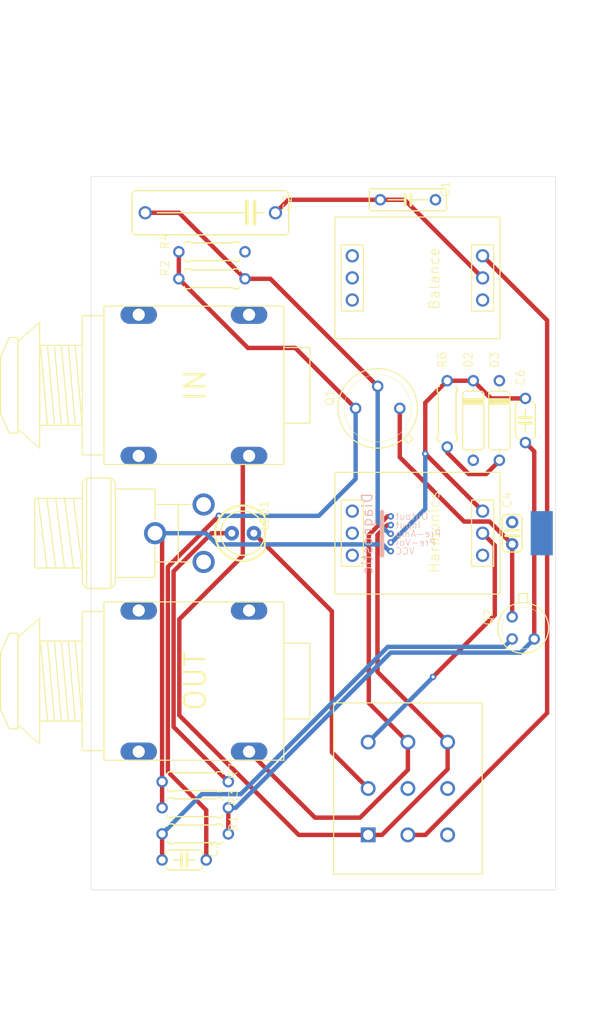
<source format=kicad_pcb>
(kicad_pcb (version 20171130) (host pcbnew "(5.1.10)-1")

  (general
    (thickness 1.6)
    (drawings 30)
    (tracks 110)
    (zones 0)
    (modules 23)
    (nets 20)
  )

  (page A4)
  (layers
    (0 Top signal)
    (31 Bottom signal)
    (32 B.Adhes user)
    (33 F.Adhes user)
    (34 B.Paste user)
    (35 F.Paste user)
    (36 B.SilkS user)
    (37 F.SilkS user)
    (38 B.Mask user)
    (39 F.Mask user)
    (40 Dwgs.User user)
    (41 Cmts.User user)
    (42 Eco1.User user)
    (43 Eco2.User user)
    (44 Edge.Cuts user)
    (45 Margin user)
    (46 B.CrtYd user)
    (47 F.CrtYd user)
    (48 B.Fab user)
    (49 F.Fab user)
  )

  (setup
    (last_trace_width 0.25)
    (trace_clearance 0.1524)
    (zone_clearance 0.508)
    (zone_45_only no)
    (trace_min 0.2)
    (via_size 0.8)
    (via_drill 0.4)
    (via_min_size 0.4)
    (via_min_drill 0.3)
    (uvia_size 0.3)
    (uvia_drill 0.1)
    (uvias_allowed no)
    (uvia_min_size 0.2)
    (uvia_min_drill 0.1)
    (edge_width 0.05)
    (segment_width 0.2)
    (pcb_text_width 0.3)
    (pcb_text_size 1.5 1.5)
    (mod_edge_width 0.12)
    (mod_text_size 1 1)
    (mod_text_width 0.15)
    (pad_size 1.524 1.524)
    (pad_drill 0.762)
    (pad_to_mask_clearance 0)
    (aux_axis_origin 0 0)
    (visible_elements FFFFFF7F)
    (pcbplotparams
      (layerselection 0x010fc_ffffffff)
      (usegerberextensions false)
      (usegerberattributes true)
      (usegerberadvancedattributes true)
      (creategerberjobfile true)
      (excludeedgelayer true)
      (linewidth 0.100000)
      (plotframeref false)
      (viasonmask false)
      (mode 1)
      (useauxorigin false)
      (hpglpennumber 1)
      (hpglpenspeed 20)
      (hpglpendiameter 15.000000)
      (psnegative false)
      (psa4output false)
      (plotreference true)
      (plotvalue true)
      (plotinvisibletext false)
      (padsonsilk false)
      (subtractmaskfromsilk false)
      (outputformat 1)
      (mirror false)
      (drillshape 1)
      (scaleselection 1)
      (outputdirectory ""))
  )

  (net 0 "")
  (net 1 GND)
  (net 2 "Net-(C6-Pad1)")
  (net 3 "Net-(C3-Pad1)")
  (net 4 "Net-(C4-Pad1)")
  (net 5 "Net-(C3-Pad2)")
  (net 6 "Net-(C6-Pad2)")
  (net 7 "Net-(C2-Pad2)")
  (net 8 "Net-(C1-Pad1)")
  (net 9 /VCC)
  (net 10 "Net-(D3-PadP$2)")
  (net 11 "Net-(LED1-PadA)")
  (net 12 /LED)
  (net 13 /J_IN)
  (net 14 /B_OUT)
  (net 15 /B_IN)
  (net 16 /J_OUT)
  (net 17 "Net-(PS1-PadP$3)")
  (net 18 "Net-(U$1-PadTN)")
  (net 19 "Net-(U$2-PadTN)")

  (net_class Default "This is the default net class."
    (clearance 0.1524)
    (trace_width 0.25)
    (via_dia 0.8)
    (via_drill 0.4)
    (uvia_dia 0.3)
    (uvia_drill 0.1)
    (add_net /B_IN)
    (add_net /B_OUT)
    (add_net /J_IN)
    (add_net /J_OUT)
    (add_net /LED)
    (add_net /VCC)
    (add_net GND)
    (add_net "Net-(C1-Pad1)")
    (add_net "Net-(C2-Pad2)")
    (add_net "Net-(C3-Pad1)")
    (add_net "Net-(C3-Pad2)")
    (add_net "Net-(C4-Pad1)")
    (add_net "Net-(C6-Pad1)")
    (add_net "Net-(C6-Pad2)")
    (add_net "Net-(D3-PadP$2)")
    (add_net "Net-(LED1-PadA)")
    (add_net "Net-(PS1-PadP$3)")
    (add_net "Net-(U$1-PadTN)")
    (add_net "Net-(U$2-PadTN)")
  )

  (module Harmonic_Percolator:C050-025X075 (layer Top) (tedit 0) (tstamp 60F044A1)
    (at 158.2511 66.6706)
    (descr "<b>CAPACITOR</b><p>\ngrid 5 mm, outline 2.5 x 7.5 mm")
    (path /7475BC07)
    (fp_text reference C1 (at 4.9 -0.2502 90) (layer F.SilkS)
      (effects (font (size 0.9652 0.9652) (thickness 0.09652)) (justify left bottom))
    )
    (fp_text value 100pF (at -3.429 2.794) (layer F.Fab) hide
      (effects (font (size 1.2065 1.2065) (thickness 0.127)) (justify left bottom))
    )
    (fp_arc (start -4.191 -1.016) (end -4.445 -1.016) (angle 90) (layer F.SilkS) (width 0.1524))
    (fp_arc (start -4.191 1.016) (end -4.445 1.016) (angle -90) (layer F.SilkS) (width 0.1524))
    (fp_line (start -4.445 -1.016) (end -4.445 1.016) (layer F.SilkS) (width 0.1524))
    (fp_arc (start 4.191 1.016) (end 4.191 1.27) (angle -90) (layer F.SilkS) (width 0.1524))
    (fp_arc (start 4.191 -1.016) (end 4.191 -1.27) (angle 90) (layer F.SilkS) (width 0.1524))
    (fp_line (start 4.445 1.016) (end 4.445 -1.016) (layer F.SilkS) (width 0.1524))
    (fp_line (start 4.191 -1.27) (end -4.0894 -1.27) (layer F.SilkS) (width 0.1524))
    (fp_line (start -4.191 1.27) (end 4.191 1.27) (layer F.SilkS) (width 0.1524))
    (fp_line (start 0.3302 0) (end 2.286 0) (layer F.SilkS) (width 0.1524))
    (fp_line (start 0.3302 0) (end 0.3302 0.635) (layer F.SilkS) (width 0.3048))
    (fp_line (start 0.3302 -0.635) (end 0.3302 0) (layer F.SilkS) (width 0.3048))
    (fp_line (start -0.3048 0) (end -2.286 0) (layer F.SilkS) (width 0.1524))
    (fp_line (start -0.3048 0) (end -0.3048 0.635) (layer F.SilkS) (width 0.3048))
    (fp_line (start -0.3048 -0.635) (end -0.3048 0) (layer F.SilkS) (width 0.3048))
    (pad 2 thru_hole circle (at 3.175 0) (size 1.3208 1.3208) (drill 0.8128) (layers *.Cu *.Mask)
      (net 1 GND) (solder_mask_margin 0.1016))
    (pad 1 thru_hole circle (at -3.175 0) (size 1.3208 1.3208) (drill 0.8128) (layers *.Cu *.Mask)
      (net 8 "Net-(C1-Pad1)") (solder_mask_margin 0.1016))
  )

  (module Harmonic_Percolator:C150-054X183 (layer Top) (tedit 0) (tstamp 60F044B4)
    (at 135.5161 68.1636 180)
    (descr "<b>CAPACITOR</b><p>\ngrid 15 mm, outline 5.4 x 18.3 mm")
    (path /86B41C19)
    (fp_text reference C2 (at -9.445 0.1232 90) (layer F.SilkS)
      (effects (font (size 0.9652 0.9652) (thickness 0.09652)) (justify left bottom))
    )
    (fp_text value 50nF (at -3.429 2.032 180) (layer F.Fab) hide
      (effects (font (size 1.2065 1.2065) (thickness 0.127)) (justify right top))
    )
    (fp_arc (start -8.509 -2.032) (end -9.017 -2.032) (angle 90) (layer F.SilkS) (width 0.1524))
    (fp_arc (start -8.509 2.032) (end -9.017 2.032) (angle -90) (layer F.SilkS) (width 0.1524))
    (fp_arc (start 8.509 2.032) (end 8.509 2.54) (angle -90) (layer F.SilkS) (width 0.1524))
    (fp_arc (start 8.509 -2.032) (end 8.509 -2.54) (angle 90) (layer F.SilkS) (width 0.1524))
    (fp_line (start -8.509 -2.54) (end 8.509 -2.54) (layer F.SilkS) (width 0.1524))
    (fp_line (start -9.017 2.032) (end -9.017 -2.032) (layer F.SilkS) (width 0.1524))
    (fp_line (start 8.509 2.54) (end -8.509 2.54) (layer F.SilkS) (width 0.1524))
    (fp_line (start 9.017 -2.032) (end 9.017 2.032) (layer F.SilkS) (width 0.1524))
    (fp_line (start -5.08 0) (end -6.096 0) (layer F.SilkS) (width 0.1524))
    (fp_line (start -4.191 0) (end 6.096 0) (layer F.SilkS) (width 0.1524))
    (fp_line (start -4.191 0) (end -4.191 1.27) (layer F.SilkS) (width 0.4064))
    (fp_line (start -4.191 -1.27) (end -4.191 0) (layer F.SilkS) (width 0.4064))
    (fp_line (start -5.08 0) (end -5.08 1.27) (layer F.SilkS) (width 0.4064))
    (fp_line (start -5.08 -1.27) (end -5.08 0) (layer F.SilkS) (width 0.4064))
    (pad 2 thru_hole circle (at 7.493 0 180) (size 1.524 1.524) (drill 1.016) (layers *.Cu *.Mask)
      (net 7 "Net-(C2-Pad2)") (solder_mask_margin 0.1016))
    (pad 1 thru_hole circle (at -7.493 0 180) (size 1.524 1.524) (drill 1.016) (layers *.Cu *.Mask)
      (net 8 "Net-(C1-Pad1)") (solder_mask_margin 0.1016))
  )

  (module Harmonic_Percolator:C050-024X044 (layer Top) (tedit 0) (tstamp 60F044C7)
    (at 132.5061 142.5686)
    (descr "<b>CAPACITOR</b><p>\ngrid 5 mm, outline 2.4 x 4.4 mm")
    (path /2D93CF11)
    (fp_text reference C3 (at 3.937 -0.2032 90) (layer F.SilkS)
      (effects (font (size 0.9652 0.9652) (thickness 0.09652)) (justify left bottom))
    )
    (fp_text value 100nF (at -2.159 2.667) (layer F.Fab) hide
      (effects (font (size 1.2065 1.2065) (thickness 0.127)) (justify left bottom))
    )
    (fp_poly (pts (xy -2.54 0.381) (xy -2.159 0.381) (xy -2.159 -0.381) (xy -2.54 -0.381)) (layer F.Fab) (width 0))
    (fp_poly (pts (xy 2.159 0.381) (xy 2.54 0.381) (xy 2.54 -0.381) (xy 2.159 -0.381)) (layer F.Fab) (width 0))
    (fp_line (start -1.27 0) (end -0.3048 0) (layer F.SilkS) (width 0.1524))
    (fp_line (start 1.27 0) (end 0.3302 0) (layer F.SilkS) (width 0.1524))
    (fp_line (start 0.3302 0) (end 0.3302 0.762) (layer F.SilkS) (width 0.3048))
    (fp_line (start 0.3302 -0.762) (end 0.3302 0) (layer F.SilkS) (width 0.3048))
    (fp_line (start -0.3048 0) (end -0.3048 0.762) (layer F.SilkS) (width 0.3048))
    (fp_line (start -0.3048 -0.762) (end -0.3048 0) (layer F.SilkS) (width 0.3048))
    (fp_arc (start 1.651 0.635) (end 1.651 1.143) (angle -90) (layer F.SilkS) (width 0.1524))
    (fp_arc (start 1.651 -0.635) (end 1.651 -1.143) (angle 90) (layer F.SilkS) (width 0.1524))
    (fp_line (start 1.651 1.143) (end -1.651 1.143) (layer F.SilkS) (width 0.1524))
    (fp_line (start 2.159 0.635) (end 2.159 -0.635) (layer F.Fab) (width 0.1524))
    (fp_line (start 1.651 -1.143) (end -1.651 -1.143) (layer F.SilkS) (width 0.1524))
    (fp_arc (start -1.651 0.635) (end -2.159 0.635) (angle -90) (layer F.SilkS) (width 0.1524))
    (fp_arc (start -1.651 -0.635) (end -2.159 -0.635) (angle 90) (layer F.SilkS) (width 0.1524))
    (fp_line (start -2.159 0.635) (end -2.159 -0.635) (layer F.Fab) (width 0.1524))
    (pad 2 thru_hole circle (at 2.54 0) (size 1.3208 1.3208) (drill 0.8128) (layers *.Cu *.Mask)
      (net 5 "Net-(C3-Pad2)") (solder_mask_margin 0.1016))
    (pad 1 thru_hole circle (at -2.54 0) (size 1.3208 1.3208) (drill 0.8128) (layers *.Cu *.Mask)
      (net 3 "Net-(C3-Pad1)") (solder_mask_margin 0.1016))
  )

  (module Harmonic_Percolator:C025-024X044 (layer Top) (tedit 0) (tstamp 60F044DC)
    (at 170.2511 105.0036 90)
    (descr "<b>CAPACITOR</b><p>\ngrid 2.5 mm, outline 2.4 x 4.4 mm")
    (path /A95A2A8E)
    (fp_text reference C4 (at 2.829 0 90) (layer F.SilkS)
      (effects (font (size 0.9652 0.9652) (thickness 0.09652)) (justify left bottom))
    )
    (fp_text value 47uF (at -1.778 2.667 90) (layer F.Fab) hide
      (effects (font (size 1.2065 1.2065) (thickness 0.127)) (justify left bottom))
    )
    (fp_line (start -1.27 0) (end -0.3048 0) (layer F.Fab) (width 0.1524))
    (fp_line (start 1.27 0) (end 0.3302 0) (layer F.Fab) (width 0.1524))
    (fp_line (start 0.3302 -0.762) (end 0.3302 0.762) (layer F.SilkS) (width 0.3048))
    (fp_line (start -0.3048 -0.762) (end -0.3048 0.762) (layer F.SilkS) (width 0.3048))
    (fp_arc (start 1.651 0.635) (end 1.651 1.143) (angle -90) (layer F.SilkS) (width 0.1524))
    (fp_arc (start 1.651 -0.635) (end 1.651 -1.143) (angle 90) (layer F.SilkS) (width 0.1524))
    (fp_line (start 1.651 1.143) (end -1.651 1.143) (layer F.SilkS) (width 0.1524))
    (fp_line (start 2.159 0.635) (end 2.159 -0.635) (layer F.SilkS) (width 0.1524))
    (fp_line (start 1.651 -1.143) (end -1.651 -1.143) (layer F.SilkS) (width 0.1524))
    (fp_arc (start -1.651 0.635) (end -2.159 0.635) (angle -90) (layer F.SilkS) (width 0.1524))
    (fp_arc (start -1.651 -0.635) (end -2.159 -0.635) (angle 90) (layer F.SilkS) (width 0.1524))
    (fp_line (start -2.159 0.635) (end -2.159 -0.635) (layer F.SilkS) (width 0.1524))
    (pad 2 thru_hole circle (at 1.27 0 90) (size 1.4224 1.4224) (drill 0.8128) (layers *.Cu *.Mask)
      (net 1 GND) (solder_mask_margin 0.1016))
    (pad 1 thru_hole circle (at -1.27 0 90) (size 1.4224 1.4224) (drill 0.8128) (layers *.Cu *.Mask)
      (net 4 "Net-(C4-Pad1)") (solder_mask_margin 0.1016))
  )

  (module Harmonic_Percolator:C050-024X044 (layer Top) (tedit 0) (tstamp 60F044ED)
    (at 171.7761 92.0466 90)
    (descr "<b>CAPACITOR</b><p>\ngrid 5 mm, outline 2.4 x 4.4 mm")
    (path /21A596BE)
    (fp_text reference C6 (at 3.937 0 90) (layer F.SilkS)
      (effects (font (size 0.9652 0.9652) (thickness 0.09652)) (justify left bottom))
    )
    (fp_text value 100nF (at -2.159 2.667 90) (layer F.Fab) hide
      (effects (font (size 1.2065 1.2065) (thickness 0.127)) (justify left bottom))
    )
    (fp_poly (pts (xy -2.54 0.381) (xy -2.159 0.381) (xy -2.159 -0.381) (xy -2.54 -0.381)) (layer F.Fab) (width 0))
    (fp_poly (pts (xy 2.159 0.381) (xy 2.54 0.381) (xy 2.54 -0.381) (xy 2.159 -0.381)) (layer F.Fab) (width 0))
    (fp_line (start -1.27 0) (end -0.3048 0) (layer F.SilkS) (width 0.1524))
    (fp_line (start 1.27 0) (end 0.3302 0) (layer F.SilkS) (width 0.1524))
    (fp_line (start 0.3302 0) (end 0.3302 0.762) (layer F.SilkS) (width 0.3048))
    (fp_line (start 0.3302 -0.762) (end 0.3302 0) (layer F.SilkS) (width 0.3048))
    (fp_line (start -0.3048 0) (end -0.3048 0.762) (layer F.SilkS) (width 0.3048))
    (fp_line (start -0.3048 -0.762) (end -0.3048 0) (layer F.SilkS) (width 0.3048))
    (fp_arc (start 1.651 0.635) (end 1.651 1.143) (angle -90) (layer F.SilkS) (width 0.1524))
    (fp_arc (start 1.651 -0.635) (end 1.651 -1.143) (angle 90) (layer F.SilkS) (width 0.1524))
    (fp_line (start 1.651 1.143) (end -1.651 1.143) (layer F.SilkS) (width 0.1524))
    (fp_line (start 2.159 0.635) (end 2.159 -0.635) (layer F.Fab) (width 0.1524))
    (fp_line (start 1.651 -1.143) (end -1.651 -1.143) (layer F.SilkS) (width 0.1524))
    (fp_arc (start -1.651 0.635) (end -2.159 0.635) (angle -90) (layer F.SilkS) (width 0.1524))
    (fp_arc (start -1.651 -0.635) (end -2.159 -0.635) (angle 90) (layer F.SilkS) (width 0.1524))
    (fp_line (start -2.159 0.635) (end -2.159 -0.635) (layer F.Fab) (width 0.1524))
    (pad 2 thru_hole circle (at 2.54 0 90) (size 1.3208 1.3208) (drill 0.8128) (layers *.Cu *.Mask)
      (net 6 "Net-(C6-Pad2)") (solder_mask_margin 0.1016))
    (pad 1 thru_hole circle (at -2.54 0 90) (size 1.3208 1.3208) (drill 0.8128) (layers *.Cu *.Mask)
      (net 2 "Net-(C6-Pad1)") (solder_mask_margin 0.1016))
  )

  (module Harmonic_Percolator:TO18 (layer Top) (tedit 0) (tstamp 60F04502)
    (at 171.5211 115.8906 270)
    (descr "<b>TO 18</b>")
    (path /FC4D4FCD)
    (fp_text reference Q2 (at -0.2032 3.429 90) (layer F.SilkS)
      (effects (font (size 0.9652 0.9652) (thickness 0.09652)) (justify left bottom))
    )
    (fp_text value 2N2484 (at 3.175 1.905 270) (layer F.Fab) hide
      (effects (font (size 1.2065 1.2065) (thickness 0.127)) (justify right top))
    )
    (fp_text user 3 (at 0 -0.635 270) (layer F.Fab)
      (effects (font (size 1.2065 1.2065) (thickness 0.127)) (justify left bottom))
    )
    (fp_text user 2 (at 0.635 1.27 270) (layer F.Fab)
      (effects (font (size 1.2065 1.2065) (thickness 0.127)) (justify left bottom))
    )
    (fp_text user 1 (at -1.905 1.27 270) (layer F.Fab)
      (effects (font (size 1.2065 1.2065) (thickness 0.127)) (justify left bottom))
    )
    (fp_circle (center 0 0) (end 2.921 0) (layer F.SilkS) (width 0.127))
    (fp_arc (start -0.000001 0) (end 2.227 0.9289) (angle -45.2828) (layer F.SilkS) (width 0.0508))
    (fp_line (start -3.937 -0.508) (end -2.8765 -0.508) (layer F.SilkS) (width 0.127))
    (fp_arc (start 0 -0.000001) (end -0.9289 2.227) (angle -45.2828) (layer F.SilkS) (width 0.0508))
    (fp_line (start -3.937 0.508) (end -2.8765 0.508) (layer F.SilkS) (width 0.127))
    (fp_arc (start -0.000001 0.000001) (end -2.227 0.9289) (angle -44.7172) (layer F.Fab) (width 0.0508))
    (fp_arc (start 0.0001 0) (end -2.227 0.9289) (angle 135.281) (layer F.SilkS) (width 0.0508))
    (fp_line (start -3.937 0.508) (end -3.937 -0.508) (layer F.SilkS) (width 0.127))
    (fp_arc (start 0.000001 0.000001) (end 0.9289 2.227) (angle -44.7172) (layer F.Fab) (width 0.0508))
    (fp_arc (start 0.000001 -0.000001) (end 0.9289 -2.227) (angle 44.7172) (layer F.Fab) (width 0.0508))
    (pad 3 thru_hole circle (at 1.27 -1.27 270) (size 1.3208 1.3208) (drill 0.8128) (layers *.Cu *.Mask)
      (net 2 "Net-(C6-Pad1)") (solder_mask_margin 0.1016))
    (pad 2 thru_hole circle (at 1.27 1.27 270) (size 1.3208 1.3208) (drill 0.8128) (layers *.Cu *.Mask)
      (net 3 "Net-(C3-Pad1)") (solder_mask_margin 0.1016))
    (pad 1 thru_hole circle (at -1.27 1.27 270) (size 1.3208 1.3208) (drill 0.8128) (layers *.Cu *.Mask)
      (net 4 "Net-(C4-Pad1)") (solder_mask_margin 0.1016))
  )

  (module Harmonic_Percolator:0207_7 (layer Top) (tedit 0) (tstamp 60F04515)
    (at 133.7761 139.5686)
    (descr "<b>RESISTOR</b><p>\ntype 0207, grid 7.5 mm")
    (path /69FB6862)
    (fp_text reference R1 (at 4.953 -0.2032 90) (layer F.SilkS)
      (effects (font (size 0.9652 0.9652) (thickness 0.09652)) (justify left bottom))
    )
    (fp_text value 750k (at -2.286 0.5588) (layer F.Fab) hide
      (effects (font (size 1.2065 1.2065) (thickness 0.127)) (justify left bottom))
    )
    (fp_poly (pts (xy 3.175 0.3048) (xy 3.429 0.3048) (xy 3.429 -0.3048) (xy 3.175 -0.3048)) (layer F.Fab) (width 0))
    (fp_poly (pts (xy -3.429 0.3048) (xy -3.175 0.3048) (xy -3.175 -0.3048) (xy -3.429 -0.3048)) (layer F.Fab) (width 0))
    (fp_line (start 3.429 0) (end 3.81 0) (layer F.Fab) (width 0.6096))
    (fp_line (start 3.175 0.889) (end 3.175 -0.889) (layer F.Fab) (width 0.1524))
    (fp_line (start 2.921 1.143) (end 2.54 1.143) (layer F.SilkS) (width 0.1524))
    (fp_line (start 2.921 -1.143) (end 2.54 -1.143) (layer F.SilkS) (width 0.1524))
    (fp_line (start 2.413 1.016) (end -2.413 1.016) (layer F.SilkS) (width 0.1524))
    (fp_line (start 2.413 1.016) (end 2.54 1.143) (layer F.SilkS) (width 0.1524))
    (fp_line (start 2.413 -1.016) (end -2.413 -1.016) (layer F.SilkS) (width 0.1524))
    (fp_line (start 2.413 -1.016) (end 2.54 -1.143) (layer F.SilkS) (width 0.1524))
    (fp_line (start -2.413 1.016) (end -2.54 1.143) (layer F.SilkS) (width 0.1524))
    (fp_line (start -2.921 1.143) (end -2.54 1.143) (layer F.SilkS) (width 0.1524))
    (fp_line (start -2.413 -1.016) (end -2.54 -1.143) (layer F.SilkS) (width 0.1524))
    (fp_line (start -2.921 -1.143) (end -2.54 -1.143) (layer F.SilkS) (width 0.1524))
    (fp_line (start -3.175 0.889) (end -3.175 -0.889) (layer F.Fab) (width 0.1524))
    (fp_arc (start 2.921 -0.889) (end 2.921 -1.143) (angle 90) (layer F.SilkS) (width 0.1524))
    (fp_arc (start 2.921 0.889) (end 2.921 1.143) (angle -90) (layer F.SilkS) (width 0.1524))
    (fp_arc (start -2.921 0.889) (end -3.175 0.889) (angle -90) (layer F.SilkS) (width 0.1524))
    (fp_arc (start -2.921 -0.889) (end -3.175 -0.889) (angle 90) (layer F.SilkS) (width 0.1524))
    (fp_line (start -3.81 0) (end -3.429 0) (layer F.Fab) (width 0.6096))
    (pad 2 thru_hole circle (at 3.81 0) (size 1.3208 1.3208) (drill 0.8128) (layers *.Cu *.Mask)
      (net 2 "Net-(C6-Pad1)") (solder_mask_margin 0.1016))
    (pad 1 thru_hole circle (at -3.81 0) (size 1.3208 1.3208) (drill 0.8128) (layers *.Cu *.Mask)
      (net 3 "Net-(C3-Pad1)") (solder_mask_margin 0.1016))
  )

  (module Harmonic_Percolator:0207_7 (layer Top) (tedit 0) (tstamp 60F0452E)
    (at 135.7011 75.7566)
    (descr "<b>RESISTOR</b><p>\ntype 0207, grid 7.5 mm")
    (path /A00AE0B7)
    (fp_text reference R2 (at -4.85 -0.2032 90) (layer F.SilkS)
      (effects (font (size 0.9652 0.9652) (thickness 0.09652)) (justify left bottom))
    )
    (fp_text value 220k (at -2.286 0.5588) (layer F.Fab) hide
      (effects (font (size 1.2065 1.2065) (thickness 0.127)) (justify left bottom))
    )
    (fp_poly (pts (xy 3.175 0.3048) (xy 3.429 0.3048) (xy 3.429 -0.3048) (xy 3.175 -0.3048)) (layer F.Fab) (width 0))
    (fp_poly (pts (xy -3.429 0.3048) (xy -3.175 0.3048) (xy -3.175 -0.3048) (xy -3.429 -0.3048)) (layer F.Fab) (width 0))
    (fp_line (start 3.429 0) (end 3.81 0) (layer F.Fab) (width 0.6096))
    (fp_line (start 3.175 0.889) (end 3.175 -0.889) (layer F.Fab) (width 0.1524))
    (fp_line (start 2.921 1.143) (end 2.54 1.143) (layer F.SilkS) (width 0.1524))
    (fp_line (start 2.921 -1.143) (end 2.54 -1.143) (layer F.SilkS) (width 0.1524))
    (fp_line (start 2.413 1.016) (end -2.413 1.016) (layer F.SilkS) (width 0.1524))
    (fp_line (start 2.413 1.016) (end 2.54 1.143) (layer F.SilkS) (width 0.1524))
    (fp_line (start 2.413 -1.016) (end -2.413 -1.016) (layer F.SilkS) (width 0.1524))
    (fp_line (start 2.413 -1.016) (end 2.54 -1.143) (layer F.SilkS) (width 0.1524))
    (fp_line (start -2.413 1.016) (end -2.54 1.143) (layer F.SilkS) (width 0.1524))
    (fp_line (start -2.921 1.143) (end -2.54 1.143) (layer F.SilkS) (width 0.1524))
    (fp_line (start -2.413 -1.016) (end -2.54 -1.143) (layer F.SilkS) (width 0.1524))
    (fp_line (start -2.921 -1.143) (end -2.54 -1.143) (layer F.SilkS) (width 0.1524))
    (fp_line (start -3.175 0.889) (end -3.175 -0.889) (layer F.Fab) (width 0.1524))
    (fp_arc (start 2.921 -0.889) (end 2.921 -1.143) (angle 90) (layer F.SilkS) (width 0.1524))
    (fp_arc (start 2.921 0.889) (end 2.921 1.143) (angle -90) (layer F.SilkS) (width 0.1524))
    (fp_arc (start -2.921 0.889) (end -3.175 0.889) (angle -90) (layer F.SilkS) (width 0.1524))
    (fp_arc (start -2.921 -0.889) (end -3.175 -0.889) (angle 90) (layer F.SilkS) (width 0.1524))
    (fp_line (start -3.81 0) (end -3.429 0) (layer F.Fab) (width 0.6096))
    (pad 2 thru_hole circle (at 3.81 0) (size 1.3208 1.3208) (drill 0.8128) (layers *.Cu *.Mask)
      (net 7 "Net-(C2-Pad2)") (solder_mask_margin 0.1016))
    (pad 1 thru_hole circle (at -3.81 0) (size 1.3208 1.3208) (drill 0.8128) (layers *.Cu *.Mask)
      (net 5 "Net-(C3-Pad2)") (solder_mask_margin 0.1016))
  )

  (module Harmonic_Percolator:0207_7 (layer Top) (tedit 0) (tstamp 60F04547)
    (at 133.7761 136.5686 180)
    (descr "<b>RESISTOR</b><p>\ntype 0207, grid 7.5 mm")
    (path /212ECE0A)
    (fp_text reference R3 (at -4.953 0.2032 90) (layer F.SilkS)
      (effects (font (size 0.9652 0.9652) (thickness 0.09652)) (justify left bottom))
    )
    (fp_text value 91k (at -2.286 0.5588 180) (layer F.Fab) hide
      (effects (font (size 1.2065 1.2065) (thickness 0.127)) (justify right top))
    )
    (fp_poly (pts (xy 3.175 0.3048) (xy 3.429 0.3048) (xy 3.429 -0.3048) (xy 3.175 -0.3048)) (layer F.Fab) (width 0))
    (fp_poly (pts (xy -3.429 0.3048) (xy -3.175 0.3048) (xy -3.175 -0.3048) (xy -3.429 -0.3048)) (layer F.Fab) (width 0))
    (fp_line (start 3.429 0) (end 3.81 0) (layer F.Fab) (width 0.6096))
    (fp_line (start 3.175 0.889) (end 3.175 -0.889) (layer F.Fab) (width 0.1524))
    (fp_line (start 2.921 1.143) (end 2.54 1.143) (layer F.SilkS) (width 0.1524))
    (fp_line (start 2.921 -1.143) (end 2.54 -1.143) (layer F.SilkS) (width 0.1524))
    (fp_line (start 2.413 1.016) (end -2.413 1.016) (layer F.SilkS) (width 0.1524))
    (fp_line (start 2.413 1.016) (end 2.54 1.143) (layer F.SilkS) (width 0.1524))
    (fp_line (start 2.413 -1.016) (end -2.413 -1.016) (layer F.SilkS) (width 0.1524))
    (fp_line (start 2.413 -1.016) (end 2.54 -1.143) (layer F.SilkS) (width 0.1524))
    (fp_line (start -2.413 1.016) (end -2.54 1.143) (layer F.SilkS) (width 0.1524))
    (fp_line (start -2.921 1.143) (end -2.54 1.143) (layer F.SilkS) (width 0.1524))
    (fp_line (start -2.413 -1.016) (end -2.54 -1.143) (layer F.SilkS) (width 0.1524))
    (fp_line (start -2.921 -1.143) (end -2.54 -1.143) (layer F.SilkS) (width 0.1524))
    (fp_line (start -3.175 0.889) (end -3.175 -0.889) (layer F.Fab) (width 0.1524))
    (fp_arc (start 2.921 -0.889) (end 2.921 -1.143) (angle 90) (layer F.SilkS) (width 0.1524))
    (fp_arc (start 2.921 0.889) (end 2.921 1.143) (angle -90) (layer F.SilkS) (width 0.1524))
    (fp_arc (start -2.921 0.889) (end -3.175 0.889) (angle -90) (layer F.SilkS) (width 0.1524))
    (fp_arc (start -2.921 -0.889) (end -3.175 -0.889) (angle 90) (layer F.SilkS) (width 0.1524))
    (fp_line (start -3.81 0) (end -3.429 0) (layer F.Fab) (width 0.6096))
    (pad 2 thru_hole circle (at 3.81 0 180) (size 1.3208 1.3208) (drill 0.8128) (layers *.Cu *.Mask)
      (net 9 /VCC) (solder_mask_margin 0.1016))
    (pad 1 thru_hole circle (at -3.81 0 180) (size 1.3208 1.3208) (drill 0.8128) (layers *.Cu *.Mask)
      (net 2 "Net-(C6-Pad1)") (solder_mask_margin 0.1016))
  )

  (module Harmonic_Percolator:0207_7 (layer Top) (tedit 0) (tstamp 60F04560)
    (at 135.7011 72.6506 180)
    (descr "<b>RESISTOR</b><p>\ntype 0207, grid 7.5 mm")
    (path /080A39E0)
    (fp_text reference R4 (at 4.85 0.197 90) (layer F.SilkS)
      (effects (font (size 0.9652 0.9652) (thickness 0.09652)) (justify left bottom))
    )
    (fp_text value 20k (at -2.286 0.5588 180) (layer F.Fab) hide
      (effects (font (size 1.2065 1.2065) (thickness 0.127)) (justify right top))
    )
    (fp_poly (pts (xy 3.175 0.3048) (xy 3.429 0.3048) (xy 3.429 -0.3048) (xy 3.175 -0.3048)) (layer F.Fab) (width 0))
    (fp_poly (pts (xy -3.429 0.3048) (xy -3.175 0.3048) (xy -3.175 -0.3048) (xy -3.429 -0.3048)) (layer F.Fab) (width 0))
    (fp_line (start 3.429 0) (end 3.81 0) (layer F.Fab) (width 0.6096))
    (fp_line (start 3.175 0.889) (end 3.175 -0.889) (layer F.Fab) (width 0.1524))
    (fp_line (start 2.921 1.143) (end 2.54 1.143) (layer F.SilkS) (width 0.1524))
    (fp_line (start 2.921 -1.143) (end 2.54 -1.143) (layer F.SilkS) (width 0.1524))
    (fp_line (start 2.413 1.016) (end -2.413 1.016) (layer F.SilkS) (width 0.1524))
    (fp_line (start 2.413 1.016) (end 2.54 1.143) (layer F.SilkS) (width 0.1524))
    (fp_line (start 2.413 -1.016) (end -2.413 -1.016) (layer F.SilkS) (width 0.1524))
    (fp_line (start 2.413 -1.016) (end 2.54 -1.143) (layer F.SilkS) (width 0.1524))
    (fp_line (start -2.413 1.016) (end -2.54 1.143) (layer F.SilkS) (width 0.1524))
    (fp_line (start -2.921 1.143) (end -2.54 1.143) (layer F.SilkS) (width 0.1524))
    (fp_line (start -2.413 -1.016) (end -2.54 -1.143) (layer F.SilkS) (width 0.1524))
    (fp_line (start -2.921 -1.143) (end -2.54 -1.143) (layer F.SilkS) (width 0.1524))
    (fp_line (start -3.175 0.889) (end -3.175 -0.889) (layer F.Fab) (width 0.1524))
    (fp_arc (start 2.921 -0.889) (end 2.921 -1.143) (angle 90) (layer F.SilkS) (width 0.1524))
    (fp_arc (start 2.921 0.889) (end 2.921 1.143) (angle -90) (layer F.SilkS) (width 0.1524))
    (fp_arc (start -2.921 0.889) (end -3.175 0.889) (angle -90) (layer F.SilkS) (width 0.1524))
    (fp_arc (start -2.921 -0.889) (end -3.175 -0.889) (angle 90) (layer F.SilkS) (width 0.1524))
    (fp_line (start -3.81 0) (end -3.429 0) (layer F.Fab) (width 0.6096))
    (pad 2 thru_hole circle (at 3.81 0 180) (size 1.3208 1.3208) (drill 0.8128) (layers *.Cu *.Mask)
      (net 5 "Net-(C3-Pad2)") (solder_mask_margin 0.1016))
    (pad 1 thru_hole circle (at -3.81 0 180) (size 1.3208 1.3208) (drill 0.8128) (layers *.Cu *.Mask)
      (net 1 GND) (solder_mask_margin 0.1016))
  )

  (module Harmonic_Percolator:0207_7 (layer Top) (tedit 0) (tstamp 60F04579)
    (at 162.7761 91.2846 90)
    (descr "<b>RESISTOR</b><p>\ntype 0207, grid 7.5 mm")
    (path /A40A9EB3)
    (fp_text reference R6 (at 5.207 0 90) (layer F.SilkS)
      (effects (font (size 0.9652 0.9652) (thickness 0.09652)) (justify left bottom))
    )
    (fp_text value 4.7k (at -2.286 0.5588 90) (layer F.Fab) hide
      (effects (font (size 1.2065 1.2065) (thickness 0.127)) (justify left bottom))
    )
    (fp_poly (pts (xy 3.175 0.3048) (xy 3.429 0.3048) (xy 3.429 -0.3048) (xy 3.175 -0.3048)) (layer F.Fab) (width 0))
    (fp_poly (pts (xy -3.429 0.3048) (xy -3.175 0.3048) (xy -3.175 -0.3048) (xy -3.429 -0.3048)) (layer F.Fab) (width 0))
    (fp_line (start 3.429 0) (end 3.81 0) (layer F.Fab) (width 0.6096))
    (fp_line (start 3.175 0.889) (end 3.175 -0.889) (layer F.Fab) (width 0.1524))
    (fp_line (start 2.921 1.143) (end 2.54 1.143) (layer F.SilkS) (width 0.1524))
    (fp_line (start 2.921 -1.143) (end 2.54 -1.143) (layer F.SilkS) (width 0.1524))
    (fp_line (start 2.413 1.016) (end -2.413 1.016) (layer F.SilkS) (width 0.1524))
    (fp_line (start 2.413 1.016) (end 2.54 1.143) (layer F.SilkS) (width 0.1524))
    (fp_line (start 2.413 -1.016) (end -2.413 -1.016) (layer F.SilkS) (width 0.1524))
    (fp_line (start 2.413 -1.016) (end 2.54 -1.143) (layer F.SilkS) (width 0.1524))
    (fp_line (start -2.413 1.016) (end -2.54 1.143) (layer F.SilkS) (width 0.1524))
    (fp_line (start -2.921 1.143) (end -2.54 1.143) (layer F.SilkS) (width 0.1524))
    (fp_line (start -2.413 -1.016) (end -2.54 -1.143) (layer F.SilkS) (width 0.1524))
    (fp_line (start -2.921 -1.143) (end -2.54 -1.143) (layer F.SilkS) (width 0.1524))
    (fp_line (start -3.175 0.889) (end -3.175 -0.889) (layer F.Fab) (width 0.1524))
    (fp_arc (start 2.921 -0.889) (end 2.921 -1.143) (angle 90) (layer F.SilkS) (width 0.1524))
    (fp_arc (start 2.921 0.889) (end 2.921 1.143) (angle -90) (layer F.SilkS) (width 0.1524))
    (fp_arc (start -2.921 0.889) (end -3.175 0.889) (angle -90) (layer F.SilkS) (width 0.1524))
    (fp_arc (start -2.921 -0.889) (end -3.175 -0.889) (angle 90) (layer F.SilkS) (width 0.1524))
    (fp_line (start -3.81 0) (end -3.429 0) (layer F.Fab) (width 0.6096))
    (pad 2 thru_hole circle (at 3.81 0 90) (size 1.3208 1.3208) (drill 0.8128) (layers *.Cu *.Mask)
      (net 6 "Net-(C6-Pad2)") (solder_mask_margin 0.1016))
    (pad 1 thru_hole circle (at -3.81 0 90) (size 1.3208 1.3208) (drill 0.8128) (layers *.Cu *.Mask)
      (net 10 "Net-(D3-PadP$2)") (solder_mask_margin 0.1016))
  )

  (module Harmonic_Percolator:TO5 (layer Top) (tedit 0) (tstamp 60F04592)
    (at 154.7761 90.6496 90)
    (descr "<b>TO 5</b>")
    (path /22BC07EB)
    (fp_text reference Q1 (at 0.2032 -4.953 90) (layer F.SilkS)
      (effects (font (size 0.9652 0.9652) (thickness 0.09652)) (justify left bottom))
    )
    (fp_text value 2N404A (at -3.175 0.635 90) (layer F.Fab) hide
      (effects (font (size 1.2065 1.2065) (thickness 0.127)) (justify left bottom))
    )
    (fp_circle (center 0 0) (end 3.8608 0) (layer F.SilkS) (width 0.0508))
    (fp_circle (center 0 0) (end 4.572 0) (layer F.SilkS) (width 0.127))
    (fp_line (start -3.5052 4.064) (end -4.0386 3.5306) (layer F.SilkS) (width 0.127))
    (fp_line (start -2.9718 3.5306) (end -3.5052 4.064) (layer F.SilkS) (width 0.127))
    (fp_line (start -4.0386 3.5306) (end -3.5052 2.9972) (layer F.SilkS) (width 0.127))
    (pad 3 thru_hole circle (at 0 -2.54 90) (size 1.3208 1.3208) (drill 0.8128) (layers *.Cu *.Mask)
      (net 5 "Net-(C3-Pad2)") (solder_mask_margin 0.1016))
    (pad 2 thru_hole circle (at 2.54 0 90) (size 1.3208 1.3208) (drill 0.8128) (layers *.Cu *.Mask)
      (net 7 "Net-(C2-Pad2)") (solder_mask_margin 0.1016))
    (pad 1 thru_hole circle (at 0 2.54 90) (size 1.3208 1.3208) (drill 0.8128) (layers *.Cu *.Mask)
      (net 4 "Net-(C4-Pad1)") (solder_mask_margin 0.1016))
  )

  (module Harmonic_Percolator:0207_7 (layer Top) (tedit 0) (tstamp 60F0459D)
    (at 133.7761 133.5686 180)
    (descr "<b>RESISTOR</b><p>\ntype 0207, grid 7.5 mm")
    (path /EDFF6BE7)
    (fp_text reference R7 (at -4.953 0.2032 90) (layer F.SilkS)
      (effects (font (size 0.9652 0.9652) (thickness 0.09652)) (justify left bottom))
    )
    (fp_text value 2.2k (at -2.286 0.5588 180) (layer F.Fab) hide
      (effects (font (size 1.2065 1.2065) (thickness 0.127)) (justify right top))
    )
    (fp_poly (pts (xy 3.175 0.3048) (xy 3.429 0.3048) (xy 3.429 -0.3048) (xy 3.175 -0.3048)) (layer F.Fab) (width 0))
    (fp_poly (pts (xy -3.429 0.3048) (xy -3.175 0.3048) (xy -3.175 -0.3048) (xy -3.429 -0.3048)) (layer F.Fab) (width 0))
    (fp_line (start 3.429 0) (end 3.81 0) (layer F.Fab) (width 0.6096))
    (fp_line (start 3.175 0.889) (end 3.175 -0.889) (layer F.Fab) (width 0.1524))
    (fp_line (start 2.921 1.143) (end 2.54 1.143) (layer F.SilkS) (width 0.1524))
    (fp_line (start 2.921 -1.143) (end 2.54 -1.143) (layer F.SilkS) (width 0.1524))
    (fp_line (start 2.413 1.016) (end -2.413 1.016) (layer F.SilkS) (width 0.1524))
    (fp_line (start 2.413 1.016) (end 2.54 1.143) (layer F.SilkS) (width 0.1524))
    (fp_line (start 2.413 -1.016) (end -2.413 -1.016) (layer F.SilkS) (width 0.1524))
    (fp_line (start 2.413 -1.016) (end 2.54 -1.143) (layer F.SilkS) (width 0.1524))
    (fp_line (start -2.413 1.016) (end -2.54 1.143) (layer F.SilkS) (width 0.1524))
    (fp_line (start -2.921 1.143) (end -2.54 1.143) (layer F.SilkS) (width 0.1524))
    (fp_line (start -2.413 -1.016) (end -2.54 -1.143) (layer F.SilkS) (width 0.1524))
    (fp_line (start -2.921 -1.143) (end -2.54 -1.143) (layer F.SilkS) (width 0.1524))
    (fp_line (start -3.175 0.889) (end -3.175 -0.889) (layer F.Fab) (width 0.1524))
    (fp_arc (start 2.921 -0.889) (end 2.921 -1.143) (angle 90) (layer F.SilkS) (width 0.1524))
    (fp_arc (start 2.921 0.889) (end 2.921 1.143) (angle -90) (layer F.SilkS) (width 0.1524))
    (fp_arc (start -2.921 0.889) (end -3.175 0.889) (angle -90) (layer F.SilkS) (width 0.1524))
    (fp_arc (start -2.921 -0.889) (end -3.175 -0.889) (angle 90) (layer F.SilkS) (width 0.1524))
    (fp_line (start -3.81 0) (end -3.429 0) (layer F.Fab) (width 0.6096))
    (pad 2 thru_hole circle (at 3.81 0 180) (size 1.3208 1.3208) (drill 0.8128) (layers *.Cu *.Mask)
      (net 9 /VCC) (solder_mask_margin 0.1016))
    (pad 1 thru_hole circle (at -3.81 0 180) (size 1.3208 1.3208) (drill 0.8128) (layers *.Cu *.Mask)
      (net 11 "Net-(LED1-PadA)") (solder_mask_margin 0.1016))
  )

  (module Harmonic_Percolator:LED5MM (layer Top) (tedit 0) (tstamp 60F045B6)
    (at 139.2511 105.0036)
    (descr "<B>LED</B><p>\n5 mm, round")
    (path /7DC8C285)
    (fp_text reference LED1 (at 3.045 -0.2032 90) (layer F.SilkS)
      (effects (font (size 0.9652 0.9652) (thickness 0.09652)) (justify left bottom))
    )
    (fp_text value LED5MM (at 3.2004 1.8034) (layer F.Fab)
      (effects (font (size 1.2065 1.2065) (thickness 0.12065)) (justify left bottom))
    )
    (fp_circle (center 0 0) (end 2.54 0) (layer F.SilkS) (width 0.1524))
    (fp_arc (start 0 0) (end 0 2.159) (angle -90) (layer F.Fab) (width 0.1524))
    (fp_arc (start 0 0) (end -2.159 0) (angle 90) (layer F.Fab) (width 0.1524))
    (fp_arc (start 0 0) (end 0 1.651) (angle -90) (layer F.Fab) (width 0.1524))
    (fp_arc (start 0 0) (end -1.651 0) (angle 90) (layer F.Fab) (width 0.1524))
    (fp_arc (start 0 0) (end 0 1.143) (angle -90) (layer F.Fab) (width 0.1524))
    (fp_arc (start 0 0) (end -1.143 0) (angle 90) (layer F.Fab) (width 0.1524))
    (fp_arc (start 0 0) (end 2.54 1.905) (angle 286.260205) (layer F.SilkS) (width 0.254))
    (fp_line (start 2.54 1.905) (end 2.54 -1.905) (layer F.SilkS) (width 0.2032))
    (pad K thru_hole circle (at 1.27 0) (size 1.6764 1.6764) (drill 0.8128) (layers *.Cu *.Mask)
      (net 12 /LED) (solder_mask_margin 0.1016))
    (pad A thru_hole circle (at -1.27 0) (size 1.6764 1.6764) (drill 0.8128) (layers *.Cu *.Mask)
      (net 11 "Net-(LED1-PadA)") (solder_mask_margin 0.1016))
  )

  (module Harmonic_Percolator:DO-7 (layer Top) (tedit 0) (tstamp 60F045C4)
    (at 165.7761 92.0466 270)
    (path /0CADE672)
    (fp_text reference D2 (at -5.969 0 90) (layer F.SilkS)
      (effects (font (size 0.9652 0.9652) (thickness 0.09652)) (justify left bottom))
    )
    (fp_text value 1N60A (at 0 0 270) (layer F.SilkS) hide
      (effects (font (size 1.27 1.27) (thickness 0.15)) (justify right top))
    )
    (fp_line (start 3.8354 0) (end 3.3655 0) (layer F.SilkS) (width 0.127))
    (fp_line (start -3.3655 0) (end -3.8354 0) (layer F.SilkS) (width 0.127))
    (fp_line (start 3.3655 0) (end 3.3655 0.8382) (layer F.SilkS) (width 0.127))
    (fp_poly (pts (xy -2.5654 1.143) (xy -1.8034 1.143) (xy -1.8034 -1.1684) (xy -2.5654 -1.1684)) (layer F.SilkS) (width 0))
    (fp_line (start 3.3655 -0.8382) (end 3.3655 0) (layer F.SilkS) (width 0.127))
    (fp_line (start -3.3655 0) (end -3.3655 0.8382) (layer F.SilkS) (width 0.127))
    (fp_line (start -3.3655 -0.8382) (end -3.3655 0) (layer F.SilkS) (width 0.127))
    (fp_arc (start 3.01625 0.86995) (end 3.048 1.2192) (angle -90) (layer F.SilkS) (width 0.127))
    (fp_arc (start -3.01625 -0.86995) (end -3.048 -1.2192) (angle -90) (layer F.SilkS) (width 0.127))
    (fp_arc (start -3.01625 0.86995) (end -3.048 1.2192) (angle 90) (layer F.SilkS) (width 0.127))
    (fp_arc (start 3.01625 -0.86995) (end 3.048 -1.2192) (angle 90) (layer F.SilkS) (width 0.127))
    (fp_line (start -3.048 1.2192) (end 3.048 1.2192) (layer F.SilkS) (width 0.127))
    (fp_line (start -3.048 -1.2192) (end 3.048 -1.2192) (layer F.SilkS) (width 0.127))
    (pad P$2 thru_hole circle (at 4.572 0 90) (size 1.3208 1.3208) (drill 0.8128) (layers *.Cu *.Mask)
      (net 1 GND) (solder_mask_margin 0.1016))
    (pad P$1 thru_hole circle (at -4.572 0 90) (size 1.3208 1.3208) (drill 0.8128) (layers *.Cu *.Mask)
      (net 6 "Net-(C6-Pad2)") (solder_mask_margin 0.1016))
  )

  (module Harmonic_Percolator:DO-7 (layer Top) (tedit 0) (tstamp 60F045D6)
    (at 168.7761 92.0466 270)
    (path /93886C31)
    (fp_text reference D3 (at -5.969 0 90) (layer F.SilkS)
      (effects (font (size 0.9652 0.9652) (thickness 0.09652)) (justify left bottom))
    )
    (fp_text value 1N60A (at 0 0 270) (layer F.SilkS) hide
      (effects (font (size 1.27 1.27) (thickness 0.15)) (justify right top))
    )
    (fp_line (start 3.8354 0) (end 3.3655 0) (layer F.SilkS) (width 0.127))
    (fp_line (start -3.3655 0) (end -3.8354 0) (layer F.SilkS) (width 0.127))
    (fp_line (start 3.3655 0) (end 3.3655 0.8382) (layer F.SilkS) (width 0.127))
    (fp_poly (pts (xy -2.5654 1.143) (xy -1.8034 1.143) (xy -1.8034 -1.1684) (xy -2.5654 -1.1684)) (layer F.SilkS) (width 0))
    (fp_line (start 3.3655 -0.8382) (end 3.3655 0) (layer F.SilkS) (width 0.127))
    (fp_line (start -3.3655 0) (end -3.3655 0.8382) (layer F.SilkS) (width 0.127))
    (fp_line (start -3.3655 -0.8382) (end -3.3655 0) (layer F.SilkS) (width 0.127))
    (fp_arc (start 3.01625 0.86995) (end 3.048 1.2192) (angle -90) (layer F.SilkS) (width 0.127))
    (fp_arc (start -3.01625 -0.86995) (end -3.048 -1.2192) (angle -90) (layer F.SilkS) (width 0.127))
    (fp_arc (start -3.01625 0.86995) (end -3.048 1.2192) (angle 90) (layer F.SilkS) (width 0.127))
    (fp_arc (start 3.01625 -0.86995) (end 3.048 -1.2192) (angle 90) (layer F.SilkS) (width 0.127))
    (fp_line (start -3.048 1.2192) (end 3.048 1.2192) (layer F.SilkS) (width 0.127))
    (fp_line (start -3.048 -1.2192) (end 3.048 -1.2192) (layer F.SilkS) (width 0.127))
    (pad P$2 thru_hole circle (at 4.572 0 90) (size 1.3208 1.3208) (drill 0.8128) (layers *.Cu *.Mask)
      (net 10 "Net-(D3-PadP$2)") (solder_mask_margin 0.1016))
    (pad P$1 thru_hole circle (at -4.572 0 90) (size 1.3208 1.3208) (drill 0.8128) (layers *.Cu *.Mask)
      (net 1 GND) (solder_mask_margin 0.1016))
  )

  (module Harmonic_Percolator:FOOTSWITCH (layer Top) (tedit 0) (tstamp 60F045E8)
    (at 158.2511 134.3536 90)
    (path /788C9994)
    (fp_text reference S1 (at 0 0 90) (layer F.SilkS) hide
      (effects (font (size 1.27 1.27) (thickness 0.15)))
    )
    (fp_text value FOOTSWITCH (at 0 0 90) (layer F.SilkS) hide
      (effects (font (size 1.27 1.27) (thickness 0.15)))
    )
    (fp_line (start -9.8425 8.5471) (end -9.8425 -8.5471) (layer F.SilkS) (width 0.127))
    (fp_line (start 9.8425 8.5471) (end -9.8425 8.5471) (layer F.SilkS) (width 0.127))
    (fp_line (start 9.8425 -8.5471) (end 9.8425 8.5471) (layer F.SilkS) (width 0.127))
    (fp_line (start -9.8425 -8.5471) (end 9.8425 -8.5471) (layer F.SilkS) (width 0.127))
    (pad P$1 thru_hole rect (at -5.334 -4.572 90) (size 1.7145 1.7145) (drill 1.143) (layers *.Cu *.Mask)
      (net 13 /J_IN) (solder_mask_margin 0.1016))
    (pad P$9 thru_hole circle (at 5.334 4.572 90) (size 1.7145 1.7145) (drill 1.143) (layers *.Cu *.Mask)
      (net 13 /J_IN) (solder_mask_margin 0.1016))
    (pad P$8 thru_hole circle (at 0 4.572 90) (size 1.7145 1.7145) (drill 1.143) (layers *.Cu *.Mask)
      (solder_mask_margin 0.1016))
    (pad P$7 thru_hole circle (at -5.334 4.572 90) (size 1.7145 1.7145) (drill 1.143) (layers *.Cu *.Mask)
      (net 1 GND) (solder_mask_margin 0.1016))
    (pad P$3 thru_hole circle (at 5.334 -4.572 90) (size 1.7145 1.7145) (drill 1.143) (layers *.Cu *.Mask)
      (net 14 /B_OUT) (solder_mask_margin 0.1016))
    (pad P$2 thru_hole circle (at 0 -4.572 90) (size 1.7145 1.7145) (drill 1.143) (layers *.Cu *.Mask)
      (net 12 /LED) (solder_mask_margin 0.1016))
    (pad P$4 thru_hole circle (at -5.334 0 90) (size 1.7145 1.7145) (drill 1.143) (layers *.Cu *.Mask)
      (net 15 /B_IN) (solder_mask_margin 0.1016))
    (pad P$6 thru_hole circle (at 5.334 0 90) (size 1.7145 1.7145) (drill 1.143) (layers *.Cu *.Mask)
      (net 16 /J_OUT) (solder_mask_margin 0.1016))
    (pad P$5 thru_hole circle (at 0 0 90) (size 1.7145 1.7145) (drill 1.143) (layers *.Cu *.Mask)
      (net 1 GND) (solder_mask_margin 0.1016))
  )

  (module Harmonic_Percolator:DCJACK (layer Top) (tedit 0) (tstamp 60F045F8)
    (at 120.7761 105.0036)
    (path /48CCC9E0)
    (fp_text reference PS1 (at 0 0) (layer F.SilkS) hide
      (effects (font (size 1.27 1.27) (thickness 0.15)))
    )
    (fp_text value DCJACK (at 0 0) (layer F.SilkS) hide
      (effects (font (size 1.27 1.27) (thickness 0.15)))
    )
    (fp_line (start -5.461 4.0005) (end 0 4.0005) (layer F.SilkS) (width 0.127))
    (fp_line (start -5.461 -4.0005) (end -5.461 4.0005) (layer F.SilkS) (width 0.127))
    (fp_line (start 0 -4.0005) (end -5.461 -4.0005) (layer F.SilkS) (width 0.127))
    (fp_line (start -5.08 -4.0005) (end -4.064 4.0005) (layer F.SilkS) (width 0.127))
    (fp_line (start -4.064 -4.0005) (end -3.048 4.0005) (layer F.SilkS) (width 0.127))
    (fp_line (start -3.048 -4.0005) (end -2.032 4.0005) (layer F.SilkS) (width 0.127))
    (fp_line (start -2.032 -4.0005) (end -1.016 4.0005) (layer F.SilkS) (width 0.127))
    (fp_line (start -1.016 -4.0005) (end 0 4.0005) (layer F.SilkS) (width 0.127))
    (fp_line (start 11.049 3.302) (end 12.573 3.302) (layer F.SilkS) (width 0.127))
    (fp_line (start 11.049 -3.302) (end 12.573 -3.302) (layer F.SilkS) (width 0.127))
    (fp_line (start 11.049 3.302) (end 8.382 3.302) (layer F.SilkS) (width 0.127))
    (fp_line (start 11.049 -3.302) (end 11.049 3.302) (layer F.SilkS) (width 0.127))
    (fp_line (start 8.382 -3.302) (end 11.049 -3.302) (layer F.SilkS) (width 0.127))
    (fp_line (start 8.382 3.302) (end 8.382 1.524) (layer F.SilkS) (width 0.127))
    (fp_line (start 8.382 5.08) (end 8.382 3.302) (layer F.SilkS) (width 0.127))
    (fp_line (start 3.81 5.08) (end 8.382 5.08) (layer F.SilkS) (width 0.127))
    (fp_line (start 8.382 -3.302) (end 8.382 -1.524) (layer F.SilkS) (width 0.127))
    (fp_line (start 8.382 -5.08) (end 8.382 -3.302) (layer F.SilkS) (width 0.127))
    (fp_line (start 3.81 -5.08) (end 8.382 -5.08) (layer F.SilkS) (width 0.127))
    (fp_line (start 3.302 6.35) (end 3.302 -6.35) (layer F.SilkS) (width 0.127))
    (fp_line (start 0.508 -6.35) (end 0.508 6.35) (layer F.SilkS) (width 0.127))
    (fp_line (start 0 -4.0005) (end 0 -5.842) (layer F.SilkS) (width 0.127))
    (fp_line (start 0 4.0005) (end 0 -4.0005) (layer F.SilkS) (width 0.127))
    (fp_line (start 0 5.842) (end 0 4.0005) (layer F.SilkS) (width 0.127))
    (fp_line (start 0.508 6.35) (end 0 5.842) (layer F.SilkS) (width 0.127))
    (fp_line (start 3.302 6.35) (end 0.508 6.35) (layer F.SilkS) (width 0.127))
    (fp_line (start 3.81 5.842) (end 3.302 6.35) (layer F.SilkS) (width 0.127))
    (fp_line (start 3.81 5.08) (end 3.81 5.842) (layer F.SilkS) (width 0.127))
    (fp_line (start 3.81 -5.08) (end 3.81 5.08) (layer F.SilkS) (width 0.127))
    (fp_line (start 3.81 -5.842) (end 3.81 -5.08) (layer F.SilkS) (width 0.127))
    (fp_line (start 3.302 -6.35) (end 3.81 -5.842) (layer F.SilkS) (width 0.127))
    (fp_line (start 0.508 -6.35) (end 3.302 -6.35) (layer F.SilkS) (width 0.127))
    (fp_line (start 0 -5.842) (end 0.508 -6.35) (layer F.SilkS) (width 0.127))
    (pad P$3 thru_hole circle (at 13.97 3.302) (size 2.5527 2.5527) (drill 1.7018) (layers *.Cu *.Mask)
      (net 17 "Net-(PS1-PadP$3)") (solder_mask_margin 0.1016))
    (pad P$2 thru_hole circle (at 13.97 -3.302) (size 2.5527 2.5527) (drill 1.7018) (layers *.Cu *.Mask)
      (net 1 GND) (solder_mask_margin 0.1016))
    (pad P$1 thru_hole circle (at 8.382 0) (size 2.5527 2.5527) (drill 1.7018) (layers *.Cu *.Mask)
      (net 9 /VCC) (solder_mask_margin 0.1016))
  )

  (module Harmonic_Percolator:NEUTRIKENCJACK (layer Top) (tedit 0) (tstamp 60F0461F)
    (at 120.7761 122.0036 180)
    (path /89E33A62)
    (fp_text reference U$1 (at 0 0 180) (layer F.SilkS) hide
      (effects (font (size 1.27 1.27) (thickness 0.15)) (justify right top))
    )
    (fp_text value NEUTRIKENCJACK (at 0 0 180) (layer F.SilkS) hide
      (effects (font (size 1.27 1.27) (thickness 0.15)) (justify right top))
    )
    (fp_line (start 8.4 -5.5) (end 9.4 -3.25) (layer F.SilkS) (width 0.127))
    (fp_line (start 8.4 5.5) (end 9.4 3.25) (layer F.SilkS) (width 0.127))
    (fp_line (start 7.4 5.5) (end 8.4 5.5) (layer F.SilkS) (width 0.127))
    (fp_line (start 7.4 -5.5) (end 8.4 -5.5) (layer F.SilkS) (width 0.127))
    (fp_line (start 7.4 -5.5) (end 7.4 -5) (layer F.SilkS) (width 0.127))
    (fp_line (start 7.4 5.5) (end 7.4 5) (layer F.SilkS) (width 0.127))
    (fp_line (start 9.4 -3.25) (end 9.4 3.25) (layer F.SilkS) (width 0.127))
    (fp_line (start 4.9 7.25) (end 7.4 5) (layer F.SilkS) (width 0.127))
    (fp_line (start 4.9 -7.25) (end 7.4 -5) (layer F.SilkS) (width 0.127))
    (fp_line (start 7.4 -5) (end 7.4 5) (layer F.SilkS) (width 0.127))
    (fp_line (start 4.9 -7.25) (end 4.9 7.25) (layer F.SilkS) (width 0.127))
    (fp_line (start 4.9 4.6) (end 4.8 4.6) (layer F.SilkS) (width 0.127))
    (fp_line (start 4.9 -4.6) (end 4.9 4.6) (layer F.SilkS) (width 0.127))
    (fp_line (start 4 -4.6) (end 4.9 -4.6) (layer F.SilkS) (width 0.127))
    (fp_line (start 4 -4.6) (end 4.8 4.6) (layer F.SilkS) (width 0.127))
    (fp_line (start 3.2 -4.6) (end 4 4.6) (layer F.SilkS) (width 0.127))
    (fp_line (start 2.4 -4.6) (end 3.2 4.6) (layer F.SilkS) (width 0.127))
    (fp_line (start 1.6 -4.6) (end 2.4 4.6) (layer F.SilkS) (width 0.127))
    (fp_line (start 0.8 -4.6) (end 1.6 4.6) (layer F.SilkS) (width 0.127))
    (fp_line (start 0 -4.6) (end 0.8 4.6) (layer F.SilkS) (width 0.127))
    (fp_line (start 0.8 4.6) (end 0 4.6) (layer F.SilkS) (width 0.127))
    (fp_line (start 1.6 4.6) (end 0.8 4.6) (layer F.SilkS) (width 0.127))
    (fp_line (start 2.4 4.6) (end 1.6 4.6) (layer F.SilkS) (width 0.127))
    (fp_line (start 3.2 4.6) (end 2.4 4.6) (layer F.SilkS) (width 0.127))
    (fp_line (start 4 4.6) (end 3.2 4.6) (layer F.SilkS) (width 0.127))
    (fp_line (start 4.8 4.6) (end 4 4.6) (layer F.SilkS) (width 0.127))
    (fp_line (start 3.2 -4.6) (end 4 -4.6) (layer F.SilkS) (width 0.127))
    (fp_line (start 2.4 -4.6) (end 3.2 -4.6) (layer F.SilkS) (width 0.127))
    (fp_line (start 1.6 -4.6) (end 2.4 -4.6) (layer F.SilkS) (width 0.127))
    (fp_line (start 0.8 -4.6) (end 1.6 -4.6) (layer F.SilkS) (width 0.127))
    (fp_line (start 0 -4.6) (end 0.8 -4.6) (layer F.SilkS) (width 0.127))
    (fp_line (start -26.2 4.35) (end -23.2 4.35) (layer F.SilkS) (width 0.127))
    (fp_line (start -26.2 -4.35) (end -26.2 4.35) (layer F.SilkS) (width 0.127))
    (fp_line (start -23.2 -4.35) (end -26.2 -4.35) (layer F.SilkS) (width 0.127))
    (fp_line (start 0 8) (end -2.5 8) (layer F.SilkS) (width 0.127))
    (fp_line (start 0 4.6) (end 0 8) (layer F.SilkS) (width 0.127))
    (fp_line (start 0 -4.6) (end 0 4.6) (layer F.SilkS) (width 0.127))
    (fp_line (start 0 -8) (end 0 -4.6) (layer F.SilkS) (width 0.127))
    (fp_line (start -2.5 -8) (end 0 -8) (layer F.SilkS) (width 0.127))
    (fp_line (start -23.2 -4.35) (end -23.2 -9.1) (layer F.SilkS) (width 0.127))
    (fp_line (start -23.2 4.35) (end -23.2 -4.35) (layer F.SilkS) (width 0.127))
    (fp_line (start -23.2 9.1) (end -23.2 4.35) (layer F.SilkS) (width 0.127))
    (fp_line (start -2.5 9.1) (end -23.2 9.1) (layer F.SilkS) (width 0.127))
    (fp_line (start -2.5 8) (end -2.5 9.1) (layer F.SilkS) (width 0.127))
    (fp_line (start -2.5 -8) (end -2.5 8) (layer F.SilkS) (width 0.127))
    (fp_line (start -2.5 -9.1) (end -2.5 -8) (layer F.SilkS) (width 0.127))
    (fp_line (start -23.2 -9.1) (end -2.5 -9.1) (layer F.SilkS) (width 0.127))
    (pad SN thru_hole oval (at -6.5 8.115 180) (size 4.2 2.1) (drill 1.4) (layers *.Cu *.Mask)
      (net 1 GND) (solder_mask_margin 0.1016))
    (pad TN thru_hole oval (at -19.2 8.115 180) (size 4.2 2.1) (drill 1.4) (layers *.Cu *.Mask)
      (net 18 "Net-(U$1-PadTN)") (solder_mask_margin 0.1016))
    (pad S thru_hole oval (at -6.5 -8.115 180) (size 4.2 2.1) (drill 1.4) (layers *.Cu *.Mask)
      (net 1 GND) (solder_mask_margin 0.1016))
    (pad T thru_hole oval (at -19.2 -8.115 180) (size 4.2 2.1) (drill 1.4) (layers *.Cu *.Mask)
      (net 16 /J_OUT) (solder_mask_margin 0.1016))
  )

  (module Harmonic_Percolator:NEUTRIKENCJACK (layer Top) (tedit 0) (tstamp 60F04655)
    (at 120.7761 88.0036 180)
    (path /87B7DF34)
    (fp_text reference U$2 (at 0 0 180) (layer F.SilkS) hide
      (effects (font (size 1.27 1.27) (thickness 0.15)) (justify right top))
    )
    (fp_text value NEUTRIKENCJACK (at 0 0 180) (layer F.SilkS) hide
      (effects (font (size 1.27 1.27) (thickness 0.15)) (justify right top))
    )
    (fp_line (start 8.4 -5.5) (end 9.4 -3.25) (layer F.SilkS) (width 0.127))
    (fp_line (start 8.4 5.5) (end 9.4 3.25) (layer F.SilkS) (width 0.127))
    (fp_line (start 7.4 5.5) (end 8.4 5.5) (layer F.SilkS) (width 0.127))
    (fp_line (start 7.4 -5.5) (end 8.4 -5.5) (layer F.SilkS) (width 0.127))
    (fp_line (start 7.4 -5.5) (end 7.4 -5) (layer F.SilkS) (width 0.127))
    (fp_line (start 7.4 5.5) (end 7.4 5) (layer F.SilkS) (width 0.127))
    (fp_line (start 9.4 -3.25) (end 9.4 3.25) (layer F.SilkS) (width 0.127))
    (fp_line (start 4.9 7.25) (end 7.4 5) (layer F.SilkS) (width 0.127))
    (fp_line (start 4.9 -7.25) (end 7.4 -5) (layer F.SilkS) (width 0.127))
    (fp_line (start 7.4 -5) (end 7.4 5) (layer F.SilkS) (width 0.127))
    (fp_line (start 4.9 -7.25) (end 4.9 7.25) (layer F.SilkS) (width 0.127))
    (fp_line (start 4.9 4.6) (end 4.8 4.6) (layer F.SilkS) (width 0.127))
    (fp_line (start 4.9 -4.6) (end 4.9 4.6) (layer F.SilkS) (width 0.127))
    (fp_line (start 4 -4.6) (end 4.9 -4.6) (layer F.SilkS) (width 0.127))
    (fp_line (start 4 -4.6) (end 4.8 4.6) (layer F.SilkS) (width 0.127))
    (fp_line (start 3.2 -4.6) (end 4 4.6) (layer F.SilkS) (width 0.127))
    (fp_line (start 2.4 -4.6) (end 3.2 4.6) (layer F.SilkS) (width 0.127))
    (fp_line (start 1.6 -4.6) (end 2.4 4.6) (layer F.SilkS) (width 0.127))
    (fp_line (start 0.8 -4.6) (end 1.6 4.6) (layer F.SilkS) (width 0.127))
    (fp_line (start 0 -4.6) (end 0.8 4.6) (layer F.SilkS) (width 0.127))
    (fp_line (start 0.8 4.6) (end 0 4.6) (layer F.SilkS) (width 0.127))
    (fp_line (start 1.6 4.6) (end 0.8 4.6) (layer F.SilkS) (width 0.127))
    (fp_line (start 2.4 4.6) (end 1.6 4.6) (layer F.SilkS) (width 0.127))
    (fp_line (start 3.2 4.6) (end 2.4 4.6) (layer F.SilkS) (width 0.127))
    (fp_line (start 4 4.6) (end 3.2 4.6) (layer F.SilkS) (width 0.127))
    (fp_line (start 4.8 4.6) (end 4 4.6) (layer F.SilkS) (width 0.127))
    (fp_line (start 3.2 -4.6) (end 4 -4.6) (layer F.SilkS) (width 0.127))
    (fp_line (start 2.4 -4.6) (end 3.2 -4.6) (layer F.SilkS) (width 0.127))
    (fp_line (start 1.6 -4.6) (end 2.4 -4.6) (layer F.SilkS) (width 0.127))
    (fp_line (start 0.8 -4.6) (end 1.6 -4.6) (layer F.SilkS) (width 0.127))
    (fp_line (start 0 -4.6) (end 0.8 -4.6) (layer F.SilkS) (width 0.127))
    (fp_line (start -26.2 4.35) (end -23.2 4.35) (layer F.SilkS) (width 0.127))
    (fp_line (start -26.2 -4.35) (end -26.2 4.35) (layer F.SilkS) (width 0.127))
    (fp_line (start -23.2 -4.35) (end -26.2 -4.35) (layer F.SilkS) (width 0.127))
    (fp_line (start 0 8) (end -2.5 8) (layer F.SilkS) (width 0.127))
    (fp_line (start 0 4.6) (end 0 8) (layer F.SilkS) (width 0.127))
    (fp_line (start 0 -4.6) (end 0 4.6) (layer F.SilkS) (width 0.127))
    (fp_line (start 0 -8) (end 0 -4.6) (layer F.SilkS) (width 0.127))
    (fp_line (start -2.5 -8) (end 0 -8) (layer F.SilkS) (width 0.127))
    (fp_line (start -23.2 -4.35) (end -23.2 -9.1) (layer F.SilkS) (width 0.127))
    (fp_line (start -23.2 4.35) (end -23.2 -4.35) (layer F.SilkS) (width 0.127))
    (fp_line (start -23.2 9.1) (end -23.2 4.35) (layer F.SilkS) (width 0.127))
    (fp_line (start -2.5 9.1) (end -23.2 9.1) (layer F.SilkS) (width 0.127))
    (fp_line (start -2.5 8) (end -2.5 9.1) (layer F.SilkS) (width 0.127))
    (fp_line (start -2.5 -8) (end -2.5 8) (layer F.SilkS) (width 0.127))
    (fp_line (start -2.5 -9.1) (end -2.5 -8) (layer F.SilkS) (width 0.127))
    (fp_line (start -23.2 -9.1) (end -2.5 -9.1) (layer F.SilkS) (width 0.127))
    (pad SN thru_hole oval (at -6.5 8.115 180) (size 4.2 2.1) (drill 1.4) (layers *.Cu *.Mask)
      (net 1 GND) (solder_mask_margin 0.1016))
    (pad TN thru_hole oval (at -19.2 8.115 180) (size 4.2 2.1) (drill 1.4) (layers *.Cu *.Mask)
      (net 19 "Net-(U$2-PadTN)") (solder_mask_margin 0.1016))
    (pad S thru_hole oval (at -6.5 -8.115 180) (size 4.2 2.1) (drill 1.4) (layers *.Cu *.Mask)
      (net 1 GND) (solder_mask_margin 0.1016))
    (pad T thru_hole oval (at -19.2 -8.115 180) (size 4.2 2.1) (drill 1.4) (layers *.Cu *.Mask)
      (net 13 /J_IN) (solder_mask_margin 0.1016))
  )

  (module Harmonic_Percolator:POTSPACERS (layer Top) (tedit 0) (tstamp 60F0468B)
    (at 158.2511 105.0036 90)
    (path /6E1B97F5)
    (fp_text reference U$3 (at 0 0 90) (layer F.SilkS) hide
      (effects (font (size 1.27 1.27) (thickness 0.15)))
    )
    (fp_text value POTSPACERS (at 0 0 90) (layer F.SilkS) hide
      (effects (font (size 1.27 1.27) (thickness 0.15)))
    )
    (fp_line (start 7 10.6) (end -7 10.6) (layer F.SilkS) (width 0.127))
    (fp_line (start 7 -8.4) (end 7 10.6) (layer F.SilkS) (width 0.127))
    (fp_line (start -7 -8.4) (end 7 -8.4) (layer F.SilkS) (width 0.127))
    (fp_line (start -7 10.6) (end -7 -8.4) (layer F.SilkS) (width 0.127))
    (fp_line (start -3.81 -5.13) (end -3.81 -7.67) (layer F.SilkS) (width 0.127))
    (fp_line (start 3.81 -5.13) (end -3.81 -5.13) (layer F.SilkS) (width 0.127))
    (fp_line (start 3.81 -7.67) (end 3.81 -5.13) (layer F.SilkS) (width 0.127))
    (fp_line (start -3.81 -7.67) (end 3.81 -7.67) (layer F.SilkS) (width 0.127))
    (fp_line (start -3.81 9.87) (end -3.81 7.33) (layer F.SilkS) (width 0.127))
    (fp_line (start 3.81 9.87) (end -3.81 9.87) (layer F.SilkS) (width 0.127))
    (fp_line (start 3.81 7.33) (end 3.81 9.87) (layer F.SilkS) (width 0.127))
    (fp_line (start -3.81 7.33) (end 3.81 7.33) (layer F.SilkS) (width 0.127))
    (pad P$6 thru_hole circle (at 2.54 -6.4 90) (size 1.53 1.53) (drill 1.02) (layers *.Cu *.Mask)
      (solder_mask_margin 0.1016))
    (pad P$5 thru_hole circle (at -2.54 -6.4 90) (size 1.53 1.53) (drill 1.02) (layers *.Cu *.Mask)
      (solder_mask_margin 0.1016))
    (pad P$4 thru_hole circle (at 0 -6.4 90) (size 1.53 1.53) (drill 1.02) (layers *.Cu *.Mask)
      (solder_mask_margin 0.1016))
    (pad P$3 thru_hole circle (at 2.54 8.6 90) (size 1.53 1.53) (drill 1.02) (layers *.Cu *.Mask)
      (net 6 "Net-(C6-Pad2)") (solder_mask_margin 0.1016))
    (pad P$1 thru_hole circle (at -2.54 8.6 90) (size 1.53 1.53) (drill 1.02) (layers *.Cu *.Mask)
      (net 1 GND) (solder_mask_margin 0.1016))
    (pad P$2 thru_hole circle (at 0 8.6 90) (size 1.53 1.53) (drill 1.02) (layers *.Cu *.Mask)
      (net 14 /B_OUT) (solder_mask_margin 0.1016))
  )

  (module Harmonic_Percolator:POTSPACERS (layer Top) (tedit 0) (tstamp 60F046A0)
    (at 158.2511 75.6536 90)
    (path /649D799B)
    (fp_text reference U$4 (at 0 0 90) (layer F.SilkS) hide
      (effects (font (size 1.27 1.27) (thickness 0.15)))
    )
    (fp_text value POTSPACERS (at 0 0 90) (layer F.SilkS) hide
      (effects (font (size 1.27 1.27) (thickness 0.15)))
    )
    (fp_line (start 7 10.6) (end -7 10.6) (layer F.SilkS) (width 0.127))
    (fp_line (start 7 -8.4) (end 7 10.6) (layer F.SilkS) (width 0.127))
    (fp_line (start -7 -8.4) (end 7 -8.4) (layer F.SilkS) (width 0.127))
    (fp_line (start -7 10.6) (end -7 -8.4) (layer F.SilkS) (width 0.127))
    (fp_line (start -3.81 -5.13) (end -3.81 -7.67) (layer F.SilkS) (width 0.127))
    (fp_line (start 3.81 -5.13) (end -3.81 -5.13) (layer F.SilkS) (width 0.127))
    (fp_line (start 3.81 -7.67) (end 3.81 -5.13) (layer F.SilkS) (width 0.127))
    (fp_line (start -3.81 -7.67) (end 3.81 -7.67) (layer F.SilkS) (width 0.127))
    (fp_line (start -3.81 9.87) (end -3.81 7.33) (layer F.SilkS) (width 0.127))
    (fp_line (start 3.81 9.87) (end -3.81 9.87) (layer F.SilkS) (width 0.127))
    (fp_line (start 3.81 7.33) (end 3.81 9.87) (layer F.SilkS) (width 0.127))
    (fp_line (start -3.81 7.33) (end 3.81 7.33) (layer F.SilkS) (width 0.127))
    (pad P$6 thru_hole circle (at 2.54 -6.4 90) (size 1.53 1.53) (drill 1.02) (layers *.Cu *.Mask)
      (solder_mask_margin 0.1016))
    (pad P$5 thru_hole circle (at -2.54 -6.4 90) (size 1.53 1.53) (drill 1.02) (layers *.Cu *.Mask)
      (solder_mask_margin 0.1016))
    (pad P$4 thru_hole circle (at 0 -6.4 90) (size 1.53 1.53) (drill 1.02) (layers *.Cu *.Mask)
      (solder_mask_margin 0.1016))
    (pad P$3 thru_hole circle (at 2.54 8.6 90) (size 1.53 1.53) (drill 1.02) (layers *.Cu *.Mask)
      (net 15 /B_IN) (solder_mask_margin 0.1016))
    (pad P$1 thru_hole circle (at -2.54 8.6 90) (size 1.53 1.53) (drill 1.02) (layers *.Cu *.Mask)
      (net 1 GND) (solder_mask_margin 0.1016))
    (pad P$2 thru_hole circle (at 0 8.6 90) (size 1.53 1.53) (drill 1.02) (layers *.Cu *.Mask)
      (net 8 "Net-(C1-Pad1)") (solder_mask_margin 0.1016))
  )

  (module Harmonic_Percolator:SMD2,54-5,08 (layer Bottom) (tedit 0) (tstamp 60F046B5)
    (at 173.6511 105.0036)
    (descr "<b>SMD PAD</b>")
    (path /BDB91568)
    (fp_text reference PAD1 (at -1.5 -2.5 -90) (layer B.SilkS) hide
      (effects (font (size 1.2065 1.2065) (thickness 0.1016)) (justify right bottom mirror))
    )
    (fp_text value SMD5 (at 0 0) (layer B.Fab)
      (effects (font (size 0.02413 0.02413) (thickness 0.00193)) (justify right bottom mirror))
    )
    (pad 1 smd rect (at 0 0) (size 2.54 5.08) (layers Bottom B.Paste B.Mask)
      (net 1 GND) (solder_mask_margin 0.1016))
  )

  (gr_line (start 121.7761 64.0036) (end 121.7761 146.0036) (layer Edge.Cuts) (width 0.05) (tstamp 1B4B9370))
  (gr_line (start 121.7761 146.0036) (end 175.2261 146.0036) (layer Edge.Cuts) (width 0.05) (tstamp 1B4B9CD0))
  (gr_line (start 175.2261 146.0036) (end 175.2261 64.0036) (layer Edge.Cuts) (width 0.05) (tstamp 1B4B9EB0))
  (gr_line (start 175.2261 64.0036) (end 121.7761 64.0036) (layer Edge.Cuts) (width 0.05) (tstamp 1B4B9FF0))
  (gr_text Harmonics (at 161.2761 104.8686 90) (layer F.SilkS) (tstamp 1B700640)
    (effects (font (size 1.2065 1.2065) (thickness 0.1016)))
  )
  (gr_text Balance (at 161.2761 75.7354 90) (layer F.SilkS) (tstamp 1B700280)
    (effects (font (size 1.2065 1.2065) (thickness 0.1016)))
  )
  (gr_line (start 120.7761 158.5286) (end 120.7761 51.4786) (layer F.Fab) (width 0.508) (tstamp 1B700B40))
  (gr_line (start 120.7761 51.4786) (end 176.2261 51.4786) (layer F.Fab) (width 0.508) (tstamp 1B701EA0))
  (gr_line (start 176.2261 51.4786) (end 176.2261 158.5286) (layer F.Fab) (width 0.508) (tstamp 1B6FFEC0))
  (gr_line (start 176.2261 158.5286) (end 120.7761 158.5286) (layer F.Fab) (width 0.508) (tstamp 1B6FFC40))
  (gr_text Diagnostic (at 154.2761 105.0686 -270) (layer B.SilkS) (tstamp 1B700BE0)
    (effects (font (size 1.2065 1.2065) (thickness 0.127)) (justify bottom mirror))
  )
  (gr_text VCC (at 156.7761 107.0686) (layer B.SilkS) (tstamp 1B7006E0)
    (effects (font (size 0.77216 0.77216) (thickness 0.065024)) (justify right mirror))
  )
  (gr_text Input (at 156.7761 104.0686) (layer B.SilkS) (tstamp 1B700FA0)
    (effects (font (size 0.77216 0.77216) (thickness 0.065024)) (justify right mirror))
  )
  (gr_text Output (at 156.7761 103.0686) (layer B.SilkS) (tstamp 1B701040)
    (effects (font (size 0.77216 0.77216) (thickness 0.065024)) (justify right mirror))
  )
  (gr_text Pre-Vol (at 156.7761 106.0686) (layer B.SilkS) (tstamp 1B6FFF60)
    (effects (font (size 0.77216 0.77216) (thickness 0.065024)) (justify right mirror))
  )
  (gr_text Pre-Amp (at 156.7761 105.0686) (layer B.SilkS) (tstamp 1B700A00)
    (effects (font (size 0.77216 0.77216) (thickness 0.065024)) (justify right mirror))
  )
  (gr_line (start 155.2761 102.5686) (end 155.2761 107.5686) (layer B.SilkS) (width 0.508) (tstamp 1B701A40))
  (gr_text IN (at 133.7761 88.0036 90) (layer F.SilkS) (tstamp 1B701FE0)
    (effects (font (size 2.413 2.413) (thickness 0.254)))
  )
  (gr_text OUT (at 133.7761 122.0036 90) (layer F.SilkS) (tstamp 1B700820)
    (effects (font (size 2.413 2.413) (thickness 0.254)))
  )
  (gr_line (start 118.2511 161.2036) (end 118.2511 48.9356) (layer F.Fab) (width 0.508) (tstamp 1B701C20))
  (gr_line (start 118.2511 48.9356) (end 178.9571 48.9356) (layer F.Fab) (width 0.508) (tstamp 1B700500))
  (gr_line (start 178.9571 48.9356) (end 178.9571 161.2036) (layer F.Fab) (width 0.508) (tstamp 1B701CC0))
  (gr_line (start 178.9571 161.2036) (end 118.2511 161.2036) (layer F.Fab) (width 0.508) (tstamp 1B7008C0))
  (gr_circle (center 158.2511 75.6536) (end 167.8011 75.6536) (layer F.Fab) (width 0.508) (tstamp 1B7010E0))
  (gr_circle (center 158.2511 105.0036) (end 167.8011 105.0036) (layer F.Fab) (width 0.508) (tstamp 1B701180))
  (gr_circle (center 158.2511 134.3536) (end 164.2511 134.3536) (layer F.Fab) (width 0.508) (tstamp 1B700960))
  (gr_circle (center 139.2511 105.0036) (end 144.2511 105.0036) (layer F.Fab) (width 0.508) (tstamp 1B6FF9C0))
  (dimension 107.05 (width 0.1) (layer F.Fab)
    (gr_text "107.050 mm" (at 139.8011 105.0036 270) (layer F.Fab)
      (effects (font (size 1 1) (thickness 0.15)))
    )
    (feature1 (pts (xy 120.7761 158.5286) (xy 139.137521 158.5286)))
    (feature2 (pts (xy 120.7761 51.4786) (xy 139.137521 51.4786)))
    (crossbar (pts (xy 138.5511 51.4786) (xy 138.5511 158.5286)))
    (arrow1a (pts (xy 138.5511 158.5286) (xy 137.964679 157.402096)))
    (arrow1b (pts (xy 138.5511 158.5286) (xy 139.137521 157.402096)))
    (arrow2a (pts (xy 138.5511 51.4786) (xy 137.964679 52.605104)))
    (arrow2b (pts (xy 138.5511 51.4786) (xy 139.137521 52.605104)))
  )
  (dimension 60.706 (width 0.1) (layer F.Fab)
    (gr_text "60.706 mm" (at 148.6041 44.4536) (layer F.Fab)
      (effects (font (size 1 1) (thickness 0.15)))
    )
    (feature1 (pts (xy 178.9571 52.4356) (xy 178.9571 45.117179)))
    (feature2 (pts (xy 118.2511 52.4356) (xy 118.2511 45.117179)))
    (crossbar (pts (xy 118.2511 45.7036) (xy 178.9571 45.7036)))
    (arrow1a (pts (xy 178.9571 45.7036) (xy 177.830596 46.290021)))
    (arrow1b (pts (xy 178.9571 45.7036) (xy 177.830596 45.117179)))
    (arrow2a (pts (xy 118.2511 45.7036) (xy 119.377604 46.290021)))
    (arrow2b (pts (xy 118.2511 45.7036) (xy 119.377604 45.117179)))
  )
  (dimension 112.268 (width 0.1) (layer F.Fab)
    (gr_text "112.268 mm" (at 141.5011 105.0696 270) (layer F.Fab)
      (effects (font (size 1 1) (thickness 0.15)))
    )
    (feature1 (pts (xy 118.2511 161.2036) (xy 140.837521 161.2036)))
    (feature2 (pts (xy 118.2511 48.9356) (xy 140.837521 48.9356)))
    (crossbar (pts (xy 140.2511 48.9356) (xy 140.2511 161.2036)))
    (arrow1a (pts (xy 140.2511 161.2036) (xy 139.664679 160.077096)))
    (arrow1b (pts (xy 140.2511 161.2036) (xy 140.837521 160.077096)))
    (arrow2a (pts (xy 140.2511 48.9356) (xy 139.664679 50.062104)))
    (arrow2b (pts (xy 140.2511 48.9356) (xy 140.837521 50.062104)))
  )

  (segment (start 167.6415 103.664) (end 170.2511 106.2736) (width 0.508) (layer Top) (net 4) (tstamp D51D190))
  (segment (start 170.2511 106.2736) (end 170.2511 114.6206) (width 0.508) (layer Top) (net 4) (tstamp D51BC50))
  (segment (start 157.3161 90.6496) (end 157.3161 96.2686) (width 0.508) (layer Top) (net 4) (tstamp D51D7D0))
  (segment (start 157.3161 96.2686) (end 164.7115 103.664) (width 0.508) (layer Top) (net 4) (tstamp D51D370))
  (segment (start 164.7115 103.664) (end 167.6415 103.664) (width 0.508) (layer Top) (net 4) (tstamp D51C010))
  (segment (start 129.9661 139.5686) (end 129.9661 142.5686) (width 0.508) (layer Top) (net 3) (tstamp D51C150))
  (segment (start 129.9661 139.5686) (end 134.5311 135.0036) (width 0.508) (layer Bottom) (net 3) (tstamp D51C0B0))
  (segment (start 134.5311 135.0036) (end 139.0011 135.0036) (width 0.508) (layer Bottom) (net 3) (tstamp D51C1F0))
  (segment (start 139.0011 135.0036) (end 155.9361 118.0686) (width 0.508) (layer Bottom) (net 3) (tstamp D51CDD0))
  (segment (start 155.9361 118.0686) (end 169.3431 118.0686) (width 0.508) (layer Bottom) (net 3) (tstamp D51D730))
  (segment (start 169.3431 118.0686) (end 170.2511 117.1606) (width 0.508) (layer Bottom) (net 3) (tstamp D51C5B0))
  (segment (start 135.0461 142.5686) (end 135.0461 136.8386) (width 0.508) (layer Top) (net 5) (tstamp D51D5F0))
  (segment (start 130.6265 132.419) (end 135.0461 136.8386) (width 0.508) (layer Top) (net 5) (tstamp D51D690))
  (segment (start 130.6265 132.419) (end 130.6265 108.8782) (width 0.508) (layer Top) (net 5) (tstamp D51D9B0))
  (segment (start 130.6265 108.8782) (end 136.5011 103.0036) (width 0.508) (layer Top) (net 5) (tstamp D51FB70))
  (via (at 136.5011 103.0036) (size 0.7564) (drill 0.35) (layers Top Bottom) (net 5) (tstamp D520570))
  (segment (start 148.0011 103.0036) (end 136.5011 103.0036) (width 0.508) (layer Bottom) (net 5) (tstamp D520610))
  (segment (start 131.8911 75.7566) (end 131.8911 72.6506) (width 0.508) (layer Top) (net 5) (tstamp D5206B0))
  (segment (start 131.8911 75.7566) (end 139.8381 83.7036) (width 0.508) (layer Top) (net 5) (tstamp D5204D0))
  (segment (start 145.2901 83.7036) (end 152.2361 90.6496) (width 0.508) (layer Top) (net 5) (tstamp D51F8F0))
  (segment (start 139.8381 83.7036) (end 145.2901 83.7036) (width 0.508) (layer Top) (net 5) (tstamp D520070))
  (segment (start 152.2361 90.6496) (end 152.2361 98.7686) (width 0.508) (layer Bottom) (net 5) (tstamp D51E310))
  (segment (start 152.2361 98.7686) (end 148.0011 103.0036) (width 0.508) (layer Bottom) (net 5) (tstamp D51EF90))
  (segment (start 137.5861 136.5686) (end 137.5861 139.5686) (width 0.508) (layer Top) (net 2) (tstamp D520750))
  (segment (start 137.5861 136.5686) (end 138.4361 136.5686) (width 0.508) (layer Bottom) (net 2) (tstamp D520250))
  (segment (start 138.4361 136.5686) (end 156.2757 118.729) (width 0.508) (layer Bottom) (net 2) (tstamp D5202F0))
  (segment (start 156.2757 118.729) (end 171.2227 118.729) (width 0.508) (layer Bottom) (net 2) (tstamp D51E590))
  (segment (start 171.2227 118.729) (end 172.7911 117.1606) (width 0.508) (layer Bottom) (net 2) (tstamp D51F350))
  (segment (start 171.7761 94.5866) (end 172.7911 95.6016) (width 0.508) (layer Top) (net 2) (tstamp D51E810))
  (segment (start 172.7911 95.6016) (end 172.7911 117.1606) (width 0.508) (layer Top) (net 2) (tstamp D51F530))
  (segment (start 129.9661 133.5686) (end 129.9661 136.5686) (width 0.508) (layer Top) (net 9) (tstamp D51EDB0))
  (via (at 156.2761 107.0686) (size 0.7564) (drill 0.35) (layers Top Bottom) (net 9) (tstamp D51EEF0))
  (segment (start 129.9661 105.8116) (end 129.1581 105.0036) (width 0.508) (layer Top) (net 9) (tstamp D51F030))
  (segment (start 129.9661 133.5686) (end 129.9661 105.8116) (width 0.508) (layer Top) (net 9) (tstamp D51F0D0))
  (segment (start 135.0011 105.0036) (end 129.1581 105.0036) (width 0.508) (layer Bottom) (net 9) (tstamp D51F170))
  (segment (start 156.2761 107.0686) (end 156.1161 107.0686) (width 0.508) (layer Bottom) (net 9) (tstamp D51F210))
  (segment (start 136.2911 106.2936) (end 135.0011 105.0036) (width 0.508) (layer Bottom) (net 9) (tstamp D51F2B0))
  (segment (start 156.1161 107.0686) (end 155.3411 106.2936) (width 0.508) (layer Bottom) (net 9) (tstamp D51F490))
  (segment (start 155.3411 106.2936) (end 136.2911 106.2936) (width 0.508) (layer Bottom) (net 9) (tstamp D51F5D0))
  (via (at 156.2761 105.0686) (size 0.7564) (drill 0.35) (layers Top Bottom) (net 7) (tstamp D522A50))
  (segment (start 139.5111 75.7566) (end 131.9181 68.1636) (width 0.508) (layer Top) (net 7) (tstamp D520BB0))
  (segment (start 131.9181 68.1636) (end 128.0231 68.1636) (width 0.508) (layer Top) (net 7) (tstamp D520C50))
  (segment (start 139.5111 75.7566) (end 142.4231 75.7566) (width 0.508) (layer Top) (net 7) (tstamp D5227D0))
  (segment (start 142.4231 75.7566) (end 154.7761 88.1096) (width 0.508) (layer Top) (net 7) (tstamp D520A70))
  (segment (start 156.2761 105.0686) (end 156.1161 105.0686) (width 0.508) (layer Bottom) (net 7) (tstamp D522B90))
  (segment (start 154.7761 103.7286) (end 154.7761 88.1096) (width 0.508) (layer Bottom) (net 7) (tstamp D521E70))
  (segment (start 156.1161 105.0686) (end 154.7761 103.7286) (width 0.508) (layer Bottom) (net 7) (tstamp D520CF0))
  (segment (start 153.6791 134.3536) (end 149.5011 130.1756) (width 0.508) (layer Top) (net 12) (tstamp D521010))
  (segment (start 149.5011 130.1756) (end 149.5011 113.9836) (width 0.508) (layer Top) (net 12) (tstamp D522AF0))
  (segment (start 149.5011 113.9836) (end 140.5211 105.0036) (width 0.508) (layer Top) (net 12) (tstamp D5210B0))
  (via (at 156.2761 103.0686) (size 0.7564) (drill 0.35) (layers Top Bottom) (net 16) (tstamp D522C30))
  (segment (start 139.9761 130.1186) (end 147.5611 137.7036) (width 0.508) (layer Top) (net 16) (tstamp D522CD0))
  (segment (start 147.5611 137.7036) (end 152.7511 137.7036) (width 0.508) (layer Top) (net 16) (tstamp D521650))
  (segment (start 158.2511 132.2036) (end 158.2511 129.0196) (width 0.508) (layer Top) (net 16) (tstamp D522910))
  (segment (start 152.7511 137.7036) (end 158.2511 132.2036) (width 0.508) (layer Top) (net 16) (tstamp D522D70))
  (segment (start 158.2511 129.0196) (end 153.7511 124.5196) (width 0.508) (layer Top) (net 16) (tstamp D522E10))
  (segment (start 155.8861 103.0686) (end 156.2761 103.0686) (width 0.508) (layer Top) (net 16) (tstamp D521470))
  (segment (start 153.7511 124.5196) (end 153.7511 105.2036) (width 0.508) (layer Top) (net 16) (tstamp D520930))
  (segment (start 153.7511 105.2036) (end 155.8861 103.0686) (width 0.508) (layer Top) (net 16) (tstamp D522EB0))
  (via (at 156.2761 104.0686) (size 0.7564) (drill 0.35) (layers Top Bottom) (net 13) (tstamp D521AB0))
  (segment (start 131.9473 114.8974) (end 131.9473 125.9498) (width 0.508) (layer Top) (net 13) (tstamp D521830))
  (segment (start 139.4411 96.6536) (end 139.9761 96.1186) (width 0.508) (layer Top) (net 13) (tstamp D520E30))
  (segment (start 145.6851 139.6876) (end 153.6791 139.6876) (width 0.508) (layer Top) (net 13) (tstamp D522FF0))
  (segment (start 131.9473 125.9498) (end 145.6851 139.6876) (width 0.508) (layer Top) (net 13) (tstamp D522230))
  (segment (start 153.6791 139.6876) (end 155.2671 139.6876) (width 0.508) (layer Top) (net 13) (tstamp D520D90))
  (segment (start 162.8231 132.1316) (end 162.8231 129.0196) (width 0.508) (layer Top) (net 13) (tstamp D521B50))
  (segment (start 155.2671 139.6876) (end 162.8231 132.1316) (width 0.508) (layer Top) (net 13) (tstamp D520890))
  (segment (start 139.9761 96.1186) (end 139.2511 96.8436) (width 0.508) (layer Top) (net 13) (tstamp D5209D0))
  (segment (start 139.2511 107.5936) (end 131.9473 114.8974) (width 0.508) (layer Top) (net 13) (tstamp D520B10))
  (segment (start 139.2511 96.8436) (end 139.2511 107.5936) (width 0.508) (layer Top) (net 13) (tstamp D521510))
  (segment (start 162.8231 129.0196) (end 154.7511 120.9476) (width 0.508) (layer Top) (net 13) (tstamp D522190))
  (segment (start 155.8861 104.0686) (end 156.2761 104.0686) (width 0.508) (layer Top) (net 13) (tstamp D5218D0))
  (segment (start 154.7511 120.9476) (end 154.7511 105.2036) (width 0.508) (layer Top) (net 13) (tstamp D5224B0))
  (segment (start 154.7511 105.2036) (end 155.8861 104.0686) (width 0.508) (layer Top) (net 13) (tstamp D520ED0))
  (segment (start 131.2869 127.2694) (end 137.5861 133.5686) (width 0.508) (layer Top) (net 11) (tstamp D521790))
  (segment (start 131.2869 109.3878) (end 131.2869 127.2694) (width 0.508) (layer Top) (net 11) (tstamp D521970))
  (segment (start 133.06335 107.61135) (end 131.2869 109.3878) (width 0.508) (layer Top) (net 11) (tstamp D522370))
  (segment (start 133.06335 107.61135) (end 133.06335 107.608582) (width 0.508) (layer Top) (net 11) (tstamp D521BF0))
  (segment (start 133.06335 107.608582) (end 135.668331 105.0036) (width 0.508) (layer Top) (net 11) (tstamp D521C90))
  (segment (start 135.668331 105.0036) (end 137.9811 105.0036) (width 0.508) (layer Top) (net 11) (tstamp D5222D0))
  (segment (start 162.7761 95.0946) (end 162.7761 95.7286) (width 0.508) (layer Top) (net 10) (tstamp D522410))
  (segment (start 165.2511 98.2036) (end 167.2511 98.2036) (width 0.508) (layer Top) (net 10) (tstamp D521FB0))
  (segment (start 167.2511 98.2036) (end 168.7761 96.6786) (width 0.508) (layer Top) (net 10) (tstamp D522550))
  (segment (start 168.7761 96.6786) (end 168.7761 96.6186) (width 0.508) (layer Top) (net 10) (tstamp D5225F0))
  (segment (start 162.7761 95.7286) (end 165.2511 98.2036) (width 0.508) (layer Top) (net 10) (tstamp D522690))
  (segment (start 158.2511 139.6876) (end 160.2671 139.6876) (width 0.508) (layer Top) (net 15) (tstamp D5238B0))
  (segment (start 174.2761 125.6786) (end 160.2671 139.6876) (width 0.508) (layer Top) (net 15) (tstamp D523950))
  (segment (start 166.8511 73.1136) (end 174.2761 80.5386) (width 0.508) (layer Top) (net 15) (tstamp D523C70))
  (segment (start 174.2761 80.5386) (end 174.2761 125.6786) (width 0.508) (layer Top) (net 15) (tstamp D523270))
  (segment (start 153.6791 129.0196) (end 161.1411 121.5576) (width 0.508) (layer Bottom) (net 14) (tstamp D5233B0))
  (segment (start 161.1411 121.5576) (end 161.1411 121.5236) (width 0.508) (layer Bottom) (net 14) (tstamp D523130))
  (via (at 161.1411 121.5236) (size 0.7564) (drill 0.35) (layers Top Bottom) (net 14) (tstamp D523D10))
  (segment (start 168.2511 114.4136) (end 161.1411 121.5236) (width 0.508) (layer Top) (net 14) (tstamp D523310))
  (segment (start 166.8511 105.0036) (end 168.2511 106.4036) (width 0.508) (layer Top) (net 14) (tstamp D523090))
  (segment (start 168.2511 106.4036) (end 168.2511 114.4136) (width 0.508) (layer Top) (net 14) (tstamp D5231D0))
  (segment (start 165.7761 87.4746) (end 162.7761 87.4746) (width 0.508) (layer Top) (net 6) (tstamp D523450))
  (via (at 156.2761 106.0686) (size 0.7564) (drill 0.35) (layers Top Bottom) (net 6) (tstamp D523590))
  (segment (start 165.7761 87.4746) (end 167.8081 89.5066) (width 0.508) (layer Top) (net 6) (tstamp D523630))
  (segment (start 167.8081 89.5066) (end 171.7761 89.5066) (width 0.508) (layer Top) (net 6) (tstamp D5236D0))
  (segment (start 162.7761 87.4746) (end 160.2511 89.9996) (width 0.508) (layer Top) (net 6) (tstamp D523810))
  (segment (start 160.2511 95.8636) (end 166.8511 102.4636) (width 0.508) (layer Top) (net 6) (tstamp 1B823FD0))
  (segment (start 160.2511 89.9996) (end 160.2511 95.8636) (width 0.508) (layer Top) (net 6) (tstamp 1B824BB0))
  (segment (start 156.2761 106.0686) (end 156.3861 106.0686) (width 0.508) (layer Bottom) (net 6) (tstamp 1B825010))
  (segment (start 160.2511 102.2036) (end 160.2511 95.8636) (width 0.508) (layer Bottom) (net 6) (tstamp 1B822B30))
  (via (at 160.2511 95.8636) (size 0.7564) (drill 0.35) (layers Top Bottom) (net 6) (tstamp 1B822C70))
  (segment (start 156.3861 106.0686) (end 160.2511 102.2036) (width 0.508) (layer Bottom) (net 6) (tstamp 1B824D90))
  (segment (start 143.0091 68.1636) (end 144.5021 66.6706) (width 0.508) (layer Top) (net 8) (tstamp 1B823850))
  (segment (start 144.5021 66.6706) (end 155.0761 66.6706) (width 0.508) (layer Top) (net 8) (tstamp 1B824C50))
  (segment (start 155.0761 66.6706) (end 157.8681 66.6706) (width 0.508) (layer Top) (net 8) (tstamp 1B8242F0))
  (segment (start 157.8681 66.6706) (end 166.8511 75.6536) (width 0.508) (layer Top) (net 8) (tstamp 1B824390))

  (zone (net 1) (net_name GND) (layer Top) (tstamp D51E1D0) (hatch edge 0.508)
    (priority 6)
    (connect_pads (clearance 0.000001))
    (min_thickness 0.0762)
    (fill (arc_segments 32) (thermal_gap 0.2024) (thermal_bridge_width 0.2024))
    (polygon
      (pts
        (xy 175.3023 146.0798) (xy 121.6949 146.0798) (xy 121.6949 63.9274) (xy 175.3023 63.9274)
      )
    )
  )
  (zone (net 1) (net_name GND) (layer Bottom) (tstamp D51E270) (hatch edge 0.508)
    (priority 6)
    (connect_pads (clearance 0.000001))
    (min_thickness 0.0762)
    (fill (arc_segments 32) (thermal_gap 0.2024) (thermal_bridge_width 0.2024))
    (polygon
      (pts
        (xy 175.3023 146.0798) (xy 121.6949 146.0798) (xy 121.6949 63.9274) (xy 175.3023 63.9274)
      )
    )
  )
)

</source>
